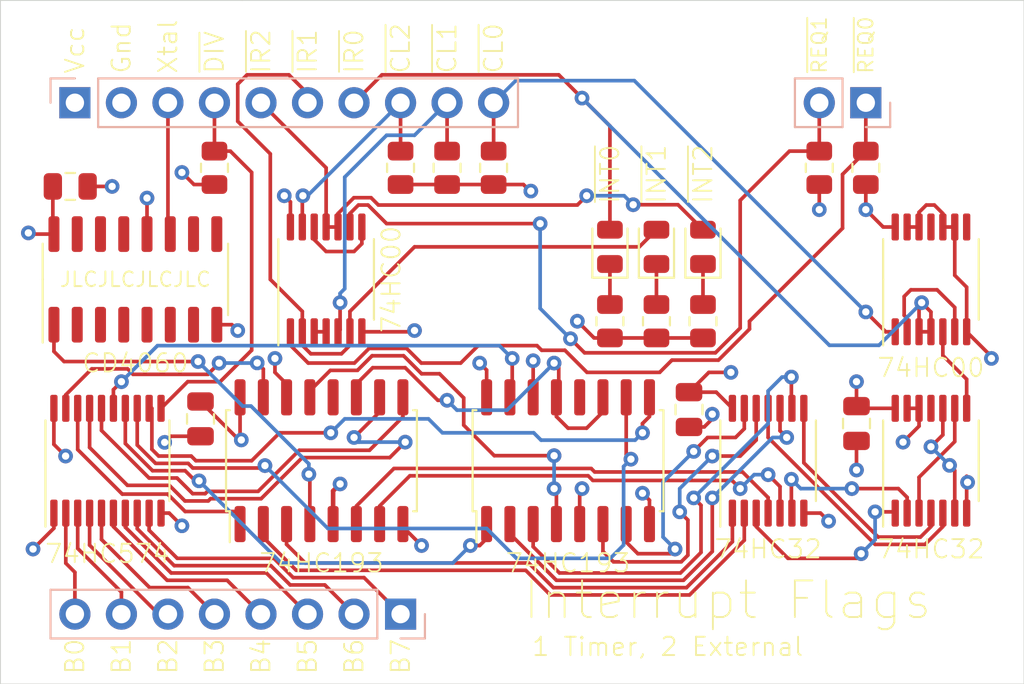
<source format=kicad_pcb>
(kicad_pcb (version 20171130) (host pcbnew "(5.1.10-1-10_14)")
  (layers (0 F.Cu signal) (1 In1.Cu signal) (2 In2.Cu signal) (31 B.Cu signal) (34 B.Paste user) (35 F.Paste user) (36 B.SilkS user) (37 F.SilkS user) (38 B.Mask user) (39 F.Mask user) (44 Edge.Cuts user))
  (net 0 "")
  (net 1 GND)
  (net 2 VCC)
  (net 3 "Net-(U6-Pad2)")
  (net 4 "Net-(U7-Pad15)")
  (net 5 "Net-(U7-Pad14)")
  (net 6 "Net-(U7-Pad13)")
  (net 7 ~LATCH_TIMER_INTERRUPT_DIVISION)
  (net 8 ~INT_REQ_0)
  (net 9 ~INT_REQ_1)
  (net 10 ~INTREQ0)
  (net 11 ~INTREQ1)
  (net 12 ~INTCLR2)
  (net 13 ~INTCLR1)
  (net 14 ~INTCLR0)
  (net 15 "Net-(U6-Pad15)")
  (net 16 "Net-(U6-Pad14)")
  (net 17 "Net-(U6-Pad13)")
  (net 18 "Net-(U6-Pad10)")
  (net 19 "Net-(U6-Pad9)")
  (net 20 "Net-(U6-Pad7)")
  (net 21 "Net-(U6-Pad6)")
  (net 22 "Net-(U6-Pad5)")
  (net 23 "Net-(U6-Pad4)")
  (net 24 "Net-(U6-Pad3)")
  (net 25 "Net-(U6-Pad1)")
  (net 26 "Net-(U7-Pad19)")
  (net 27 "Net-(U7-Pad18)")
  (net 28 "Net-(U7-Pad17)")
  (net 29 "Net-(U7-Pad16)")
  (net 30 "Net-(U7-Pad12)")
  (net 31 "Net-(U8-Pad13)")
  (net 32 "Net-(U8-Pad12)")
  (net 33 "Net-(U8-Pad11)")
  (net 34 "Net-(U10-Pad5)")
  (net 35 "Net-(U10-Pad4)")
  (net 36 "Net-(U10-Pad1)")
  (net 37 "Net-(U10-Pad2)")
  (net 38 "Net-(U9-Pad12)")
  (net 39 "Net-(U10-Pad13)")
  (net 40 "Net-(U10-Pad12)")
  (net 41 "Net-(U10-Pad9)")
  (net 42 "Net-(U10-Pad10)")
  (net 43 "Net-(U10-Pad11)")
  (net 44 "Net-(U10-Pad8)")
  (net 45 "Net-(U10-Pad6)")
  (net 46 "Net-(U10-Pad3)")
  (net 47 "Net-(U11-Pad11)")
  (net 48 "Net-(U11-Pad10)")
  (net 49 "Net-(U11-Pad3)")
  (net 50 "Net-(U11-Pad8)")
  (net 51 "Net-(U12-Pad11)")
  (net 52 "Net-(U12-Pad8)")
  (net 53 "Net-(U12-Pad2)")
  (net 54 "Net-(U13-Pad12)")
  (net 55 ~INTREQ2)
  (net 56 "Net-(U13-Pad3)")
  (net 57 /BUS0)
  (net 58 /BUS1)
  (net 59 /BUS2)
  (net 60 /BUS3)
  (net 61 /BUS4)
  (net 62 /BUS5)
  (net 63 /BUS6)
  (net 64 /BUS7)
  (net 65 "Net-(D1-Pad1)")
  (net 66 "Net-(D2-Pad1)")
  (net 67 "Net-(D3-Pad1)")
  (net 68 XTAL)
  (module Package_SO:SO-16_5.3x10.2mm_P1.27mm (layer F.Cu) (at 164.846 103.378 90)
    (fp_text reference U9 hide)
    (fp_text value 74LS193)
    (fp_text user 74HC193 (at -5.588 0 180) (layer F.SilkS) (effects (font (thickness 0.1))))
    (pad 16 smd roundrect (at 3.4625 -4.445 90) (size 1.975 0.6) (layers F.Cu F.Paste F.Mask) (net 2 VCC))
    (pad 15 smd roundrect (at 3.4625 -3.175 90) (size 1.975 0.6) (layers F.Cu F.Paste F.Mask) (net 4 "Net-(U7-Pad15)"))
    (pad 14 smd roundrect (at 3.4625 -1.905 90) (size 1.975 0.6) (layers F.Cu F.Paste F.Mask) (net 1 GND))
    (pad 13 smd roundrect (at 3.4625 -0.635 90) (size 1.975 0.6) (layers F.Cu F.Paste F.Mask) (net 33 "Net-(U8-Pad11)"))
    (pad 12 smd roundrect (at 3.4625 0.635 90) (size 1.975 0.6) (layers F.Cu F.Paste F.Mask) (net 38 "Net-(U9-Pad12)"))
    (pad 11 smd roundrect (at 3.4625 1.905 90) (size 1.975 0.6) (layers F.Cu F.Paste F.Mask) (net 33 "Net-(U8-Pad11)"))
    (pad 10 smd roundrect (at 3.4625 3.175 90) (size 1.975 0.6) (layers F.Cu F.Paste F.Mask) (net 6 "Net-(U7-Pad13)"))
    (pad 9 smd roundrect (at 3.4625 4.445 90) (size 1.975 0.6) (layers F.Cu F.Paste F.Mask) (net 30 "Net-(U7-Pad12)"))
    (pad 8 smd roundrect (at -3.4625 4.445 90) (size 1.975 0.6) (layers F.Cu F.Paste F.Mask) (net 1 GND))
    (pad 7 smd roundrect (at -3.4625 3.175 90) (size 1.975 0.6) (layers F.Cu F.Paste F.Mask) (net 39 "Net-(U10-Pad13)"))
    (pad 6 smd roundrect (at -3.4625 1.905 90) (size 1.975 0.6) (layers F.Cu F.Paste F.Mask) (net 40 "Net-(U10-Pad12)"))
    (pad 5 smd roundrect (at -3.4625 0.635 90) (size 1.975 0.6) (layers F.Cu F.Paste F.Mask) (net 2 VCC))
    (pad 4 smd roundrect (at -3.4625 -0.635 90) (size 1.975 0.6) (layers F.Cu F.Paste F.Mask) (net 31 "Net-(U8-Pad13)"))
    (pad 3 smd roundrect (at -3.4625 -1.905 90) (size 1.975 0.6) (layers F.Cu F.Paste F.Mask) (net 41 "Net-(U10-Pad9)"))
    (pad 2 smd roundrect (at -3.4625 -3.175 90) (size 1.975 0.6) (layers F.Cu F.Paste F.Mask) (net 42 "Net-(U10-Pad10)"))
    (pad 1 smd roundrect (at -3.4625 -4.445 90) (size 1.975 0.6) (layers F.Cu F.Paste F.Mask) (net 5 "Net-(U7-Pad14)"))
  )
  (module Package_SO:SO-16_5.3x10.2mm_P1.27mm (layer F.Cu) (at 151.384 103.378 90)
    (fp_text reference U8 hide)
    (fp_text value 74LS193)
    (fp_text user 74HC193 (at -5.588 0 180) (layer F.SilkS) (effects (font (thickness 0.1))))
    (pad 16 smd roundrect (at 3.4625 -4.445 90) (size 1.975 0.6) (layers F.Cu F.Paste F.Mask) (net 2 VCC))
    (pad 15 smd roundrect (at 3.4625 -3.175 90) (size 1.975 0.6) (layers F.Cu F.Paste F.Mask) (net 26 "Net-(U7-Pad19)"))
    (pad 14 smd roundrect (at 3.4625 -1.905 90) (size 1.975 0.6) (layers F.Cu F.Paste F.Mask) (net 1 GND))
    (pad 13 smd roundrect (at 3.4625 -0.635 90) (size 1.975 0.6) (layers F.Cu F.Paste F.Mask) (net 31 "Net-(U8-Pad13)"))
    (pad 12 smd roundrect (at 3.4625 0.635 90) (size 1.975 0.6) (layers F.Cu F.Paste F.Mask) (net 32 "Net-(U8-Pad12)"))
    (pad 11 smd roundrect (at 3.4625 1.905 90) (size 1.975 0.6) (layers F.Cu F.Paste F.Mask) (net 33 "Net-(U8-Pad11)"))
    (pad 10 smd roundrect (at 3.4625 3.175 90) (size 1.975 0.6) (layers F.Cu F.Paste F.Mask) (net 28 "Net-(U7-Pad17)"))
    (pad 9 smd roundrect (at 3.4625 4.445 90) (size 1.975 0.6) (layers F.Cu F.Paste F.Mask) (net 29 "Net-(U7-Pad16)"))
    (pad 8 smd roundrect (at -3.4625 4.445 90) (size 1.975 0.6) (layers F.Cu F.Paste F.Mask) (net 1 GND))
    (pad 7 smd roundrect (at -3.4625 3.175 90) (size 1.975 0.6) (layers F.Cu F.Paste F.Mask) (net 34 "Net-(U10-Pad5)"))
    (pad 6 smd roundrect (at -3.4625 1.905 90) (size 1.975 0.6) (layers F.Cu F.Paste F.Mask) (net 35 "Net-(U10-Pad4)"))
    (pad 5 smd roundrect (at -3.4625 0.635 90) (size 1.975 0.6) (layers F.Cu F.Paste F.Mask) (net 2 VCC))
    (pad 4 smd roundrect (at -3.4625 -0.635 90) (size 1.975 0.6) (layers F.Cu F.Paste F.Mask) (net 25 "Net-(U6-Pad1)"))
    (pad 3 smd roundrect (at -3.4625 -1.905 90) (size 1.975 0.6) (layers F.Cu F.Paste F.Mask) (net 36 "Net-(U10-Pad1)"))
    (pad 2 smd roundrect (at -3.4625 -3.175 90) (size 1.975 0.6) (layers F.Cu F.Paste F.Mask) (net 37 "Net-(U10-Pad2)"))
    (pad 1 smd roundrect (at -3.4625 -4.445 90) (size 1.975 0.6) (layers F.Cu F.Paste F.Mask) (net 27 "Net-(U7-Pad18)"))
  )
  (module Package_SO:TSSOP-14_4.4x5mm_P0.65mm (layer F.Cu) (at 151.638 93.472 90)
    (fp_text reference U13 hide)
    (fp_text value 74LS00)
    (fp_text user 74HC00 (at 0 3.556 90) (layer F.SilkS) (effects (font (thickness 0.1))))
    (pad 14 smd roundrect (at 2.8625 -1.95 90) (size 1.475 0.4) (layers F.Cu F.Paste F.Mask) (net 2 VCC))
    (pad 13 smd roundrect (at 2.8625 -1.3 90) (size 1.475 0.4) (layers F.Cu F.Paste F.Mask) (net 12 ~INTCLR2))
    (pad 12 smd roundrect (at 2.8625 -0.65 90) (size 1.475 0.4) (layers F.Cu F.Paste F.Mask) (net 54 "Net-(U13-Pad12)"))
    (pad 11 smd roundrect (at 2.8625 0 90) (size 1.475 0.4) (layers F.Cu F.Paste F.Mask) (net 55 ~INTREQ2))
    (pad 10 smd roundrect (at 2.8625 0.65 90) (size 1.475 0.4) (layers F.Cu F.Paste F.Mask) (net 55 ~INTREQ2))
    (pad 9 smd roundrect (at 2.8625 1.3 90) (size 1.475 0.4) (layers F.Cu F.Paste F.Mask) (net 9 ~INT_REQ_1))
    (pad 8 smd roundrect (at 2.8625 1.95 90) (size 1.475 0.4) (layers F.Cu F.Paste F.Mask) (net 54 "Net-(U13-Pad12)"))
    (pad 7 smd roundrect (at -2.8625 1.95 90) (size 1.475 0.4) (layers F.Cu F.Paste F.Mask) (net 1 GND))
    (pad 6 smd roundrect (at -2.8625 1.3 90) (size 1.475 0.4) (layers F.Cu F.Paste F.Mask) (net 11 ~INTREQ1))
    (pad 5 smd roundrect (at -2.8625 0.65 90) (size 1.475 0.4) (layers F.Cu F.Paste F.Mask) (net 13 ~INTCLR1))
    (pad 4 smd roundrect (at -2.8625 0 90) (size 1.475 0.4) (layers F.Cu F.Paste F.Mask) (net 56 "Net-(U13-Pad3)"))
    (pad 3 smd roundrect (at -2.8625 -0.65 90) (size 1.475 0.4) (layers F.Cu F.Paste F.Mask) (net 56 "Net-(U13-Pad3)"))
    (pad 2 smd roundrect (at -2.8625 -1.3 90) (size 1.475 0.4) (layers F.Cu F.Paste F.Mask) (net 11 ~INTREQ1))
    (pad 1 smd roundrect (at -2.8625 -1.95 90) (size 1.475 0.4) (layers F.Cu F.Paste F.Mask) (net 8 ~INT_REQ_0))
  )
  (module Capacitor_SMD:C_0805_2012Metric (layer F.Cu) (at 137.668 88.392)
    (fp_text reference C4 hide)
    (fp_text value C)
    (pad 2 smd roundrect (at 0.95 0) (size 1 1.45) (layers F.Cu F.Paste F.Mask) (net 1 GND))
    (pad 1 smd roundrect (at -0.95 0) (size 1 1.45) (layers F.Cu F.Paste F.Mask) (net 2 VCC))
  )
  (module Capacitor_SMD:C_0805_2012Metric (layer F.Cu) (at 180.594 101.346 270)
    (fp_text reference C3 hide)
    (fp_text value C)
    (pad 2 smd roundrect (at 0.95 0 270) (size 1 1.45) (layers F.Cu F.Paste F.Mask) (net 1 GND))
    (pad 1 smd roundrect (at -0.95 0 270) (size 1 1.45) (layers F.Cu F.Paste F.Mask) (net 2 VCC))
  )
  (module Capacitor_SMD:C_0805_2012Metric (layer F.Cu) (at 144.78 101.092 270)
    (fp_text reference C2 hide)
    (fp_text value C)
    (pad 2 smd roundrect (at 0.95 0 270) (size 1 1.45) (layers F.Cu F.Paste F.Mask) (net 1 GND))
    (pad 1 smd roundrect (at -0.95 0 270) (size 1 1.45) (layers F.Cu F.Paste F.Mask) (net 2 VCC))
  )
  (module Capacitor_SMD:C_0805_2012Metric (layer F.Cu) (at 171.45 100.584 270)
    (fp_text reference C1 hide)
    (fp_text value C)
    (pad 2 smd roundrect (at 0.95 0 270) (size 1 1.45) (layers F.Cu F.Paste F.Mask) (net 1 GND))
    (pad 1 smd roundrect (at -0.95 0 270) (size 1 1.45) (layers F.Cu F.Paste F.Mask) (net 2 VCC))
  )
  (module Resistor_SMD:R_0805_2012Metric (layer F.Cu) (at 145.542 87.376 270)
    (fp_text reference R9 hide)
    (fp_text value R_US)
    (pad 2 smd roundrect (at 0.9125 0 270) (size 1.025 1.4) (layers F.Cu F.Paste F.Mask) (roundrect_rratio 0.2439004878048781) (net 2 VCC))
    (pad 1 smd roundrect (at -0.9125 0 270) (size 1.025 1.4) (layers F.Cu F.Paste F.Mask) (roundrect_rratio 0.2439004878048781) (net 7 ~LATCH_TIMER_INTERRUPT_DIVISION))
  )
  (module Resistor_SMD:R_0805_2012Metric (layer F.Cu) (at 178.562 87.376 270)
    (fp_text reference R8 hide)
    (fp_text value R_US)
    (pad 2 smd roundrect (at 0.9125 0 270) (size 1.025 1.4) (layers F.Cu F.Paste F.Mask) (roundrect_rratio 0.2439004878048781) (net 2 VCC))
    (pad 1 smd roundrect (at -0.9125 0 270) (size 1.025 1.4) (layers F.Cu F.Paste F.Mask) (roundrect_rratio 0.2439004878048781) (net 9 ~INT_REQ_1))
  )
  (module Resistor_SMD:R_0805_2012Metric (layer F.Cu) (at 181.102 87.376 270)
    (fp_text reference R7 hide)
    (fp_text value R_US)
    (pad 2 smd roundrect (at 0.9125 0 270) (size 1.025 1.4) (layers F.Cu F.Paste F.Mask) (roundrect_rratio 0.2439004878048781) (net 2 VCC))
    (pad 1 smd roundrect (at -0.9125 0 270) (size 1.025 1.4) (layers F.Cu F.Paste F.Mask) (roundrect_rratio 0.2439004878048781) (net 8 ~INT_REQ_0))
  )
  (module Resistor_SMD:R_0805_2012Metric (layer F.Cu) (at 155.702 87.376 270)
    (fp_text reference R6 hide)
    (fp_text value R_US)
    (pad 2 smd roundrect (at 0.9125 0 270) (size 1.025 1.4) (layers F.Cu F.Paste F.Mask) (roundrect_rratio 0.2439004878048781) (net 2 VCC))
    (pad 1 smd roundrect (at -0.9125 0 270) (size 1.025 1.4) (layers F.Cu F.Paste F.Mask) (roundrect_rratio 0.2439004878048781) (net 12 ~INTCLR2))
  )
  (module Resistor_SMD:R_0805_2012Metric (layer F.Cu) (at 158.242 87.376 270)
    (fp_text reference R5 hide)
    (fp_text value R_US)
    (pad 2 smd roundrect (at 0.9125 0 270) (size 1.025 1.4) (layers F.Cu F.Paste F.Mask) (roundrect_rratio 0.2439004878048781) (net 2 VCC))
    (pad 1 smd roundrect (at -0.9125 0 270) (size 1.025 1.4) (layers F.Cu F.Paste F.Mask) (roundrect_rratio 0.2439004878048781) (net 13 ~INTCLR1))
  )
  (module Resistor_SMD:R_0805_2012Metric (layer F.Cu) (at 160.782 87.376 270)
    (fp_text reference R4 hide)
    (fp_text value R_US)
    (pad 2 smd roundrect (at 0.9125 0 270) (size 1.025 1.4) (layers F.Cu F.Paste F.Mask) (roundrect_rratio 0.2439004878048781) (net 2 VCC))
    (pad 1 smd roundrect (at -0.9125 0 270) (size 1.025 1.4) (layers F.Cu F.Paste F.Mask) (roundrect_rratio 0.2439004878048781) (net 14 ~INTCLR0))
  )
  (module Resistor_SMD:R_0805_2012Metric (layer F.Cu) (at 172.212 95.758 270)
    (fp_text reference R3 hide)
    (fp_text value R_US)
    (pad 2 smd roundrect (at 0.9125 0 270) (size 1.025 1.4) (layers F.Cu F.Paste F.Mask) (roundrect_rratio 0.2439004878048781) (net 1 GND))
    (pad 1 smd roundrect (at -0.9125 0 270) (size 1.025 1.4) (layers F.Cu F.Paste F.Mask) (roundrect_rratio 0.2439004878048781) (net 67 "Net-(D3-Pad1)"))
  )
  (module Resistor_SMD:R_0805_2012Metric (layer F.Cu) (at 169.672 95.758 270)
    (fp_text reference R2 hide)
    (fp_text value R_US)
    (pad 2 smd roundrect (at 0.9125 0 270) (size 1.025 1.4) (layers F.Cu F.Paste F.Mask) (roundrect_rratio 0.2439004878048781) (net 1 GND))
    (pad 1 smd roundrect (at -0.9125 0 270) (size 1.025 1.4) (layers F.Cu F.Paste F.Mask) (roundrect_rratio 0.2439004878048781) (net 66 "Net-(D2-Pad1)"))
  )
  (module Resistor_SMD:R_0805_2012Metric (layer F.Cu) (at 167.132 95.758 270)
    (fp_text reference R1 hide)
    (fp_text value R_US)
    (pad 2 smd roundrect (at 0.9125 0 270) (size 1.025 1.4) (layers F.Cu F.Paste F.Mask) (roundrect_rratio 0.2439004878048781) (net 1 GND))
    (pad 1 smd roundrect (at -0.9125 0 270) (size 1.025 1.4) (layers F.Cu F.Paste F.Mask) (roundrect_rratio 0.2439004878048781) (net 65 "Net-(D1-Pad1)"))
  )
  (module LED_SMD:LED_0805_2012Metric (layer F.Cu) (at 172.212 91.694 90)
    (fp_text reference D3 hide)
    (fp_text value LED)
    (pad 2 smd roundrect (at 0.9375 0 90) (size 0.975 1.4) (layers F.Cu F.Paste F.Mask) (net 55 ~INTREQ2))
    (pad 1 smd roundrect (at -0.9375 0 90) (size 0.975 1.4) (layers F.Cu F.Paste F.Mask) (net 67 "Net-(D3-Pad1)"))
  )
  (module LED_SMD:LED_0805_2012Metric (layer F.Cu) (at 169.672 91.694 90)
    (fp_text reference D2 hide)
    (fp_text value LED)
    (pad 2 smd roundrect (at 0.9375 0 90) (size 0.975 1.4) (layers F.Cu F.Paste F.Mask) (net 11 ~INTREQ1))
    (pad 1 smd roundrect (at -0.9375 0 90) (size 0.975 1.4) (layers F.Cu F.Paste F.Mask) (net 66 "Net-(D2-Pad1)"))
  )
  (module LED_SMD:LED_0805_2012Metric (layer F.Cu) (at 167.132 91.694 90)
    (fp_text reference D1 hide)
    (fp_text value LED)
    (pad 2 smd roundrect (at 0.9375 0 90) (size 0.975 1.4) (layers F.Cu F.Paste F.Mask) (net 10 ~INTREQ0))
    (pad 1 smd roundrect (at -0.9375 0 90) (size 0.975 1.4) (layers F.Cu F.Paste F.Mask) (net 65 "Net-(D1-Pad1)"))
  )
  (module Package_SO:TSSOP-14_4.4x5mm_P0.65mm (layer F.Cu) (at 184.658 93.472 90)
    (fp_text reference U12 hide)
    (fp_text value 74LS00)
    (fp_text user 74HC00 (at -4.826 0 180) (layer F.SilkS) (effects (font (thickness 0.1))))
    (pad 14 smd roundrect (at 2.8625 -1.95 90) (size 1.475 0.4) (layers F.Cu F.Paste F.Mask) (net 2 VCC))
    (pad 13 smd roundrect (at 2.8625 -1.3 90) (size 1.475 0.4) (layers F.Cu F.Paste F.Mask) (net 1 GND))
    (pad 12 smd roundrect (at 2.8625 -0.65 90) (size 1.475 0.4) (layers F.Cu F.Paste F.Mask) (net 1 GND))
    (pad 11 smd roundrect (at 2.8625 0 90) (size 1.475 0.4) (layers F.Cu F.Paste F.Mask) (net 51 "Net-(U12-Pad11)"))
    (pad 10 smd roundrect (at 2.8625 0.65 90) (size 1.475 0.4) (layers F.Cu F.Paste F.Mask) (net 1 GND))
    (pad 9 smd roundrect (at 2.8625 1.3 90) (size 1.475 0.4) (layers F.Cu F.Paste F.Mask) (net 1 GND))
    (pad 8 smd roundrect (at 2.8625 1.95 90) (size 1.475 0.4) (layers F.Cu F.Paste F.Mask) (net 52 "Net-(U12-Pad8)"))
    (pad 7 smd roundrect (at -2.8625 1.95 90) (size 1.475 0.4) (layers F.Cu F.Paste F.Mask) (net 1 GND))
    (pad 6 smd roundrect (at -2.8625 1.3 90) (size 1.475 0.4) (layers F.Cu F.Paste F.Mask) (net 53 "Net-(U12-Pad2)"))
    (pad 5 smd roundrect (at -2.8625 0.65 90) (size 1.475 0.4) (layers F.Cu F.Paste F.Mask) (net 50 "Net-(U11-Pad8)"))
    (pad 4 smd roundrect (at -2.8625 0 90) (size 1.475 0.4) (layers F.Cu F.Paste F.Mask) (net 10 ~INTREQ0))
    (pad 3 smd roundrect (at -2.8625 -0.65 90) (size 1.475 0.4) (layers F.Cu F.Paste F.Mask) (net 10 ~INTREQ0))
    (pad 2 smd roundrect (at -2.8625 -1.3 90) (size 1.475 0.4) (layers F.Cu F.Paste F.Mask) (net 53 "Net-(U12-Pad2)"))
    (pad 1 smd roundrect (at -2.8625 -1.95 90) (size 1.475 0.4) (layers F.Cu F.Paste F.Mask) (net 14 ~INTCLR0))
  )
  (module Package_SO:TSSOP-14_4.4x5mm_P0.65mm (layer F.Cu) (at 184.658 103.378 90)
    (fp_text reference U11 hide)
    (fp_text value 74LS32)
    (fp_text user 74HC32 (at -4.826 0 180) (layer F.SilkS) (effects (font (thickness 0.1))))
    (pad 14 smd roundrect (at 2.8625 -1.95 90) (size 1.475 0.4) (layers F.Cu F.Paste F.Mask) (net 2 VCC))
    (pad 13 smd roundrect (at 2.8625 -1.3 90) (size 1.475 0.4) (layers F.Cu F.Paste F.Mask) (net 1 GND))
    (pad 12 smd roundrect (at 2.8625 -0.65 90) (size 1.475 0.4) (layers F.Cu F.Paste F.Mask) (net 1 GND))
    (pad 11 smd roundrect (at 2.8625 0 90) (size 1.475 0.4) (layers F.Cu F.Paste F.Mask) (net 47 "Net-(U11-Pad11)"))
    (pad 10 smd roundrect (at 2.8625 0.65 90) (size 1.475 0.4) (layers F.Cu F.Paste F.Mask) (net 48 "Net-(U11-Pad10)"))
    (pad 9 smd roundrect (at 2.8625 1.3 90) (size 1.475 0.4) (layers F.Cu F.Paste F.Mask) (net 49 "Net-(U11-Pad3)"))
    (pad 8 smd roundrect (at 2.8625 1.95 90) (size 1.475 0.4) (layers F.Cu F.Paste F.Mask) (net 50 "Net-(U11-Pad8)"))
    (pad 7 smd roundrect (at -2.8625 1.95 90) (size 1.475 0.4) (layers F.Cu F.Paste F.Mask) (net 1 GND))
    (pad 6 smd roundrect (at -2.8625 1.3 90) (size 1.475 0.4) (layers F.Cu F.Paste F.Mask) (net 48 "Net-(U11-Pad10)"))
    (pad 5 smd roundrect (at -2.8625 0.65 90) (size 1.475 0.4) (layers F.Cu F.Paste F.Mask) (net 43 "Net-(U10-Pad11)"))
    (pad 4 smd roundrect (at -2.8625 0 90) (size 1.475 0.4) (layers F.Cu F.Paste F.Mask) (net 44 "Net-(U10-Pad8)"))
    (pad 3 smd roundrect (at -2.8625 -0.65 90) (size 1.475 0.4) (layers F.Cu F.Paste F.Mask) (net 49 "Net-(U11-Pad3)"))
    (pad 2 smd roundrect (at -2.8625 -1.3 90) (size 1.475 0.4) (layers F.Cu F.Paste F.Mask) (net 45 "Net-(U10-Pad6)"))
    (pad 1 smd roundrect (at -2.8625 -1.95 90) (size 1.475 0.4) (layers F.Cu F.Paste F.Mask) (net 46 "Net-(U10-Pad3)"))
  )
  (module Package_SO:TSSOP-14_4.4x5mm_P0.65mm (layer F.Cu) (at 175.768 103.378 90)
    (fp_text reference U10 hide)
    (fp_text value 74LS32)
    (fp_text user 74HC32 (at -4.826 0 180) (layer F.SilkS) (effects (font (thickness 0.1))))
    (pad 14 smd roundrect (at 2.8625 -1.95 90) (size 1.475 0.4) (layers F.Cu F.Paste F.Mask) (net 2 VCC))
    (pad 13 smd roundrect (at 2.8625 -1.3 90) (size 1.475 0.4) (layers F.Cu F.Paste F.Mask) (net 39 "Net-(U10-Pad13)"))
    (pad 12 smd roundrect (at 2.8625 -0.65 90) (size 1.475 0.4) (layers F.Cu F.Paste F.Mask) (net 40 "Net-(U10-Pad12)"))
    (pad 11 smd roundrect (at 2.8625 0 90) (size 1.475 0.4) (layers F.Cu F.Paste F.Mask) (net 43 "Net-(U10-Pad11)"))
    (pad 10 smd roundrect (at 2.8625 0.65 90) (size 1.475 0.4) (layers F.Cu F.Paste F.Mask) (net 42 "Net-(U10-Pad10)"))
    (pad 9 smd roundrect (at 2.8625 1.3 90) (size 1.475 0.4) (layers F.Cu F.Paste F.Mask) (net 41 "Net-(U10-Pad9)"))
    (pad 8 smd roundrect (at 2.8625 1.95 90) (size 1.475 0.4) (layers F.Cu F.Paste F.Mask) (net 44 "Net-(U10-Pad8)"))
    (pad 7 smd roundrect (at -2.8625 1.95 90) (size 1.475 0.4) (layers F.Cu F.Paste F.Mask) (net 1 GND))
    (pad 6 smd roundrect (at -2.8625 1.3 90) (size 1.475 0.4) (layers F.Cu F.Paste F.Mask) (net 45 "Net-(U10-Pad6)"))
    (pad 5 smd roundrect (at -2.8625 0.65 90) (size 1.475 0.4) (layers F.Cu F.Paste F.Mask) (net 34 "Net-(U10-Pad5)"))
    (pad 4 smd roundrect (at -2.8625 0 90) (size 1.475 0.4) (layers F.Cu F.Paste F.Mask) (net 35 "Net-(U10-Pad4)"))
    (pad 3 smd roundrect (at -2.8625 -0.65 90) (size 1.475 0.4) (layers F.Cu F.Paste F.Mask) (net 46 "Net-(U10-Pad3)"))
    (pad 2 smd roundrect (at -2.8625 -1.3 90) (size 1.475 0.4) (layers F.Cu F.Paste F.Mask) (net 37 "Net-(U10-Pad2)"))
    (pad 1 smd roundrect (at -2.8625 -1.95 90) (size 1.475 0.4) (layers F.Cu F.Paste F.Mask) (net 36 "Net-(U10-Pad1)"))
  )
  (module Package_SO:TSSOP-20_4.4x6.5mm_P0.65mm (layer F.Cu) (at 139.7 103.378 90)
    (fp_text reference U7 hide)
    (fp_text value 74LS574)
    (fp_text user 74HC574 (at -5.08 0 180) (layer F.SilkS) (effects (font (thickness 0.1))))
    (pad 20 smd roundrect (at 2.8625 -2.925 90) (size 1.475 0.4) (layers F.Cu F.Paste F.Mask) (net 2 VCC))
    (pad 19 smd roundrect (at 2.8625 -2.275 90) (size 1.475 0.4) (layers F.Cu F.Paste F.Mask) (net 26 "Net-(U7-Pad19)"))
    (pad 18 smd roundrect (at 2.8625 -1.625 90) (size 1.475 0.4) (layers F.Cu F.Paste F.Mask) (net 27 "Net-(U7-Pad18)"))
    (pad 17 smd roundrect (at 2.8625 -0.975 90) (size 1.475 0.4) (layers F.Cu F.Paste F.Mask) (net 28 "Net-(U7-Pad17)"))
    (pad 16 smd roundrect (at 2.8625 -0.325 90) (size 1.475 0.4) (layers F.Cu F.Paste F.Mask) (net 29 "Net-(U7-Pad16)"))
    (pad 15 smd roundrect (at 2.8625 0.325 90) (size 1.475 0.4) (layers F.Cu F.Paste F.Mask) (net 4 "Net-(U7-Pad15)"))
    (pad 14 smd roundrect (at 2.8625 0.975 90) (size 1.475 0.4) (layers F.Cu F.Paste F.Mask) (net 5 "Net-(U7-Pad14)"))
    (pad 13 smd roundrect (at 2.8625 1.625 90) (size 1.475 0.4) (layers F.Cu F.Paste F.Mask) (net 6 "Net-(U7-Pad13)"))
    (pad 12 smd roundrect (at 2.8625 2.275 90) (size 1.475 0.4) (layers F.Cu F.Paste F.Mask) (net 30 "Net-(U7-Pad12)"))
    (pad 11 smd roundrect (at 2.8625 2.925 90) (size 1.475 0.4) (layers F.Cu F.Paste F.Mask) (net 7 ~LATCH_TIMER_INTERRUPT_DIVISION))
    (pad 10 smd roundrect (at -2.8625 2.925 90) (size 1.475 0.4) (layers F.Cu F.Paste F.Mask) (net 1 GND))
    (pad 9 smd roundrect (at -2.8625 2.275 90) (size 1.475 0.4) (layers F.Cu F.Paste F.Mask) (net 64 /BUS7))
    (pad 8 smd roundrect (at -2.8625 1.625 90) (size 1.475 0.4) (layers F.Cu F.Paste F.Mask) (net 63 /BUS6))
    (pad 7 smd roundrect (at -2.8625 0.975 90) (size 1.475 0.4) (layers F.Cu F.Paste F.Mask) (net 62 /BUS5))
    (pad 6 smd roundrect (at -2.8625 0.325 90) (size 1.475 0.4) (layers F.Cu F.Paste F.Mask) (net 61 /BUS4))
    (pad 5 smd roundrect (at -2.8625 -0.325 90) (size 1.475 0.4) (layers F.Cu F.Paste F.Mask) (net 60 /BUS3))
    (pad 4 smd roundrect (at -2.8625 -0.975 90) (size 1.475 0.4) (layers F.Cu F.Paste F.Mask) (net 59 /BUS2))
    (pad 3 smd roundrect (at -2.8625 -1.625 90) (size 1.475 0.4) (layers F.Cu F.Paste F.Mask) (net 58 /BUS1))
    (pad 2 smd roundrect (at -2.8625 -2.275 90) (size 1.475 0.4) (layers F.Cu F.Paste F.Mask) (net 57 /BUS0))
    (pad 1 smd roundrect (at -2.8625 -2.925 90) (size 1.475 0.4) (layers F.Cu F.Paste F.Mask) (net 1 GND))
  )
  (module Package_SO:SOIC-16_3.9x9.9mm_P1.27mm (layer F.Cu) (at 141.224 93.472 90)
    (fp_text reference U6 hide)
    (fp_text value CD4060)
    (fp_text user CD4060 (at -4.572 0 180) (layer F.SilkS) (effects (font (thickness 0.1))))
    (pad 16 smd roundrect (at 2.475 -4.445 90) (size 1.95 0.6) (layers F.Cu F.Paste F.Mask) (net 2 VCC))
    (pad 15 smd roundrect (at 2.475 -3.175 90) (size 1.95 0.6) (layers F.Cu F.Paste F.Mask) (net 15 "Net-(U6-Pad15)"))
    (pad 14 smd roundrect (at 2.475 -1.905 90) (size 1.95 0.6) (layers F.Cu F.Paste F.Mask) (net 16 "Net-(U6-Pad14)"))
    (pad 13 smd roundrect (at 2.475 -0.635 90) (size 1.95 0.6) (layers F.Cu F.Paste F.Mask) (net 17 "Net-(U6-Pad13)"))
    (pad 12 smd roundrect (at 2.475 0.635 90) (size 1.95 0.6) (layers F.Cu F.Paste F.Mask) (net 1 GND))
    (pad 11 smd roundrect (at 2.475 1.905 90) (size 1.95 0.6) (layers F.Cu F.Paste F.Mask) (net 68 XTAL))
    (pad 10 smd roundrect (at 2.475 3.175 90) (size 1.95 0.6) (layers F.Cu F.Paste F.Mask) (net 18 "Net-(U6-Pad10)"))
    (pad 9 smd roundrect (at 2.475 4.445 90) (size 1.95 0.6) (layers F.Cu F.Paste F.Mask) (net 19 "Net-(U6-Pad9)"))
    (pad 8 smd roundrect (at -2.475 4.445 90) (size 1.95 0.6) (layers F.Cu F.Paste F.Mask) (net 1 GND))
    (pad 7 smd roundrect (at -2.475 3.175 90) (size 1.95 0.6) (layers F.Cu F.Paste F.Mask) (net 20 "Net-(U6-Pad7)"))
    (pad 6 smd roundrect (at -2.475 1.905 90) (size 1.95 0.6) (layers F.Cu F.Paste F.Mask) (net 21 "Net-(U6-Pad6)"))
    (pad 5 smd roundrect (at -2.475 0.635 90) (size 1.95 0.6) (layers F.Cu F.Paste F.Mask) (net 22 "Net-(U6-Pad5)"))
    (pad 4 smd roundrect (at -2.475 -0.635 90) (size 1.95 0.6) (layers F.Cu F.Paste F.Mask) (net 23 "Net-(U6-Pad4)"))
    (pad 3 smd roundrect (at -2.475 -1.905 90) (size 1.95 0.6) (layers F.Cu F.Paste F.Mask) (net 24 "Net-(U6-Pad3)"))
    (pad 2 smd roundrect (at -2.475 -3.175 90) (size 1.95 0.6) (layers F.Cu F.Paste F.Mask) (net 3 "Net-(U6-Pad2)"))
    (pad 1 smd roundrect (at -2.475 -4.445 90) (size 1.95 0.6) (layers F.Cu F.Paste F.Mask) (net 25 "Net-(U6-Pad1)"))
  )
  (module Connector_PinHeader_2.54mm:PinHeader_1x02_P2.54mm_Vertical (layer B.Cu) (at 181.102 83.82 90)
    (fp_text reference J3 hide)
    (fp_text value Conn_01x02)
    (pad 2 thru_hole oval (at 0 -2.54 90) (size 1.7 1.7) (drill 1) (layers *.Cu *.Mask) (net 9 ~INT_REQ_1))
    (pad 1 thru_hole rect (at 0 0 90) (size 1.7 1.7) (drill 1) (layers *.Cu *.Mask) (net 8 ~INT_REQ_0))
  )
  (module Connector_PinHeader_2.54mm:PinHeader_1x08_P2.54mm_Vertical (layer B.Cu) (at 155.702 111.76 90)
    (fp_text reference J2 hide)
    (fp_text value Conn_01x08)
    (pad 8 thru_hole oval (at 0 -17.78 90) (size 1.7 1.7) (drill 1) (layers *.Cu *.Mask) (net 57 /BUS0))
    (pad 7 thru_hole oval (at 0 -15.24 90) (size 1.7 1.7) (drill 1) (layers *.Cu *.Mask) (net 58 /BUS1))
    (pad 6 thru_hole oval (at 0 -12.7 90) (size 1.7 1.7) (drill 1) (layers *.Cu *.Mask) (net 59 /BUS2))
    (pad 5 thru_hole oval (at 0 -10.16 90) (size 1.7 1.7) (drill 1) (layers *.Cu *.Mask) (net 60 /BUS3))
    (pad 4 thru_hole oval (at 0 -7.62 90) (size 1.7 1.7) (drill 1) (layers *.Cu *.Mask) (net 61 /BUS4))
    (pad 3 thru_hole oval (at 0 -5.08 90) (size 1.7 1.7) (drill 1) (layers *.Cu *.Mask) (net 62 /BUS5))
    (pad 2 thru_hole oval (at 0 -2.54 90) (size 1.7 1.7) (drill 1) (layers *.Cu *.Mask) (net 63 /BUS6))
    (pad 1 thru_hole rect (at 0 0 90) (size 1.7 1.7) (drill 1) (layers *.Cu *.Mask) (net 64 /BUS7))
  )
  (module Connector_PinHeader_2.54mm:PinHeader_1x10_P2.54mm_Vertical (layer B.Cu) (at 137.922 83.82 270)
    (fp_text reference J1 hide)
    (fp_text value Conn_01x10)
    (pad 10 thru_hole oval (at 0 -22.86 270) (size 1.7 1.7) (drill 1) (layers *.Cu *.Mask) (net 14 ~INTCLR0))
    (pad 9 thru_hole oval (at 0 -20.32 270) (size 1.7 1.7) (drill 1) (layers *.Cu *.Mask) (net 13 ~INTCLR1))
    (pad 8 thru_hole oval (at 0 -17.78 270) (size 1.7 1.7) (drill 1) (layers *.Cu *.Mask) (net 12 ~INTCLR2))
    (pad 7 thru_hole oval (at 0 -15.24 270) (size 1.7 1.7) (drill 1) (layers *.Cu *.Mask) (net 10 ~INTREQ0))
    (pad 6 thru_hole oval (at 0 -12.7 270) (size 1.7 1.7) (drill 1) (layers *.Cu *.Mask) (net 11 ~INTREQ1))
    (pad 5 thru_hole oval (at 0 -10.16 270) (size 1.7 1.7) (drill 1) (layers *.Cu *.Mask) (net 55 ~INTREQ2))
    (pad 4 thru_hole oval (at 0 -7.62 270) (size 1.7 1.7) (drill 1) (layers *.Cu *.Mask) (net 7 ~LATCH_TIMER_INTERRUPT_DIVISION))
    (pad 3 thru_hole oval (at 0 -5.08 270) (size 1.7 1.7) (drill 1) (layers *.Cu *.Mask) (net 68 XTAL))
    (pad 2 thru_hole oval (at 0 -2.54 270) (size 1.7 1.7) (drill 1) (layers *.Cu *.Mask) (net 1 GND))
    (pad 1 thru_hole rect (at 0 0 270) (size 1.7 1.7) (drill 1) (layers *.Cu *.Mask) (net 2 VCC))
  )
  (gr_text JLCJLCJLCJLC (at 141.224 93.472) (layer F.SilkS) (effects (font (size 0.8 0.8) (thickness 0.1))))
  (gr_line (start 133.858 115.57) (end 133.858 78.232) (layer Edge.Cuts) (width 0.05))
  (gr_line (start 189.738 78.232) (end 189.738 115.57) (layer Edge.Cuts) (width 0.05))
  (gr_line (start 133.858 115.57) (end 189.738 115.57) (layer Edge.Cuts) (width 0.05))
  (gr_text "1 Timer, 2 External" (at 162.814 113.538) (layer F.SilkS) (effects (font (size 1 1) (thickness 0.1)) (justify left)))
  (gr_text "Interrupt Flags" (at 162.306 110.998) (layer F.SilkS) (effects (font (size 2 2) (thickness 0.1)) (justify left)))
  (gr_text B7 (at 155.702 113.03 90) (layer F.SilkS) (effects (font (size 1 1) (thickness 0.1)) (justify right)))
  (gr_text B6 (at 153.162 113.03 90) (layer F.SilkS) (effects (font (size 1 1) (thickness 0.1)) (justify right)))
  (gr_text B5 (at 150.622 113.03 90) (layer F.SilkS) (effects (font (size 1 1) (thickness 0.1)) (justify right)))
  (gr_text B4 (at 148.082 113.03 90) (layer F.SilkS) (effects (font (size 1 1) (thickness 0.1)) (justify right)))
  (gr_text B3 (at 145.542 113.03 90) (layer F.SilkS) (effects (font (size 1 1) (thickness 0.1)) (justify right)))
  (gr_text B2 (at 143.002 113.03 90) (layer F.SilkS) (effects (font (size 1 1) (thickness 0.1)) (justify right)))
  (gr_text B1 (at 140.462 113.03 90) (layer F.SilkS) (effects (font (size 1 1) (thickness 0.1)) (justify right)))
  (gr_text B0 (at 137.922 113.03 90) (layer F.SilkS) (effects (font (size 1 1) (thickness 0.1)) (justify right)))
  (gr_text ~REQ1 (at 178.562 82.296 90) (layer F.SilkS) (effects (font (size 0.8 0.8) (thickness 0.1)) (justify left)))
  (gr_text ~REQ0 (at 181.102 82.296 90) (layer F.SilkS) (effects (font (size 0.8 0.8) (thickness 0.1)) (justify left)))
  (gr_text ~CL0 (at 160.782 82.296 90) (layer F.SilkS) (effects (font (size 1 1) (thickness 0.1)) (justify left)))
  (gr_text ~CL1 (at 158.242 82.296 90) (layer F.SilkS) (effects (font (size 1 1) (thickness 0.1)) (justify left)))
  (gr_text ~CL2 (at 155.702 82.296 90) (layer F.SilkS) (effects (font (size 1 1) (thickness 0.1)) (justify left)))
  (gr_text ~IR0 (at 153.162 82.296 90) (layer F.SilkS) (effects (font (size 1 1) (thickness 0.1)) (justify left)))
  (gr_text ~IR1 (at 150.622 82.296 90) (layer F.SilkS) (effects (font (size 1 1) (thickness 0.1)) (justify left)))
  (gr_text ~IR2 (at 148.082 82.296 90) (layer F.SilkS) (effects (font (size 1 1) (thickness 0.1)) (justify left)))
  (gr_text ~DIV (at 145.542 82.296 90) (layer F.SilkS) (effects (font (size 1 1) (thickness 0.1)) (justify left)))
  (gr_text Xtal (at 143.002 82.296 90) (layer F.SilkS) (effects (font (size 1 1) (thickness 0.1)) (justify left)))
  (gr_text Gnd (at 140.462 82.296 90) (layer F.SilkS) (effects (font (size 1 1) (thickness 0.1)) (justify left)))
  (gr_text Vcc (at 137.922 82.296 90) (layer F.SilkS) (effects (font (size 1 1) (thickness 0.1)) (justify left)))
  (gr_text ~INT2 (at 172.212 89.408 90) (layer F.SilkS) (effects (font (size 1 1) (thickness 0.1)) (justify left)))
  (gr_text ~INT1 (at 169.672 89.408 90) (layer F.SilkS) (effects (font (size 1 1) (thickness 0.1)) (justify left)))
  (gr_text ~INT0 (at 167.132 89.408 90) (layer F.SilkS) (effects (font (size 1 1) (thickness 0.1)) (justify left)))
  (gr_line (start 189.738 78.232) (end 147.066 78.232) (layer Edge.Cuts) (width 0.05))
  (gr_line (start 147.066 78.232) (end 133.858 78.232) (layer Edge.Cuts) (width 0.05))
  (segment (start 183.358 90.6095) (end 184.008 90.6095) (width 0.2) (layer F.Cu) (net 1))
  (segment (start 185.308 90.6095) (end 185.958 90.6095) (width 0.2) (layer F.Cu) (net 1))
  (segment (start 185.958 90.6095) (end 185.958 93.248) (width 0.2) (layer F.Cu) (net 1))
  (segment (start 186.608 93.898) (end 186.608 96.3345) (width 0.2) (layer F.Cu) (net 1))
  (segment (start 185.958 93.248) (end 186.608 93.898) (width 0.2) (layer F.Cu) (net 1))
  (segment (start 184.008 100.5155) (end 183.358 100.5155) (width 0.2) (layer F.Cu) (net 1))
  (via (at 186.65801 104.559135) (size 0.8) (drill 0.4) (layers F.Cu B.Cu) (net 1))
  (segment (start 186.608 104.222) (end 186.608 104.509125) (width 0.2) (layer F.Cu) (net 1))
  (segment (start 186.608 104.509125) (end 186.65801 104.559135) (width 0.2) (layer F.Cu) (net 1))
  (segment (start 186.608 106.2405) (end 186.608 104.609145) (width 0.2) (layer F.Cu) (net 1))
  (segment (start 186.608 104.609145) (end 186.65801 104.559135) (width 0.2) (layer F.Cu) (net 1))
  (segment (start 177.718 106.2405) (end 178.6305 106.2405) (width 0.2) (layer F.Cu) (net 1))
  (via (at 179.07 106.68) (size 0.8) (drill 0.4) (layers F.Cu B.Cu) (net 1))
  (segment (start 178.6305 106.2405) (end 179.07 106.68) (width 0.2) (layer F.Cu) (net 1))
  (segment (start 142.625 106.2405) (end 143.0705 106.2405) (width 0.2) (layer F.Cu) (net 1))
  (via (at 143.764 106.934) (size 0.8) (drill 0.4) (layers F.Cu B.Cu) (net 1))
  (segment (start 143.0705 106.2405) (end 143.764 106.934) (width 0.2) (layer F.Cu) (net 1))
  (segment (start 145.669 95.947) (end 146.493 95.947) (width 0.2) (layer F.Cu) (net 1))
  (via (at 146.812 96.266) (size 0.8) (drill 0.4) (layers F.Cu B.Cu) (net 1))
  (segment (start 146.493 95.947) (end 146.812 96.266) (width 0.2) (layer F.Cu) (net 1))
  (segment (start 141.859 90.997) (end 141.859 89.027) (width 0.2) (layer F.Cu) (net 1))
  (via (at 141.859 89.027) (size 0.8) (drill 0.4) (layers F.Cu B.Cu) (net 1))
  (segment (start 172.212 96.6705) (end 167.132 96.6705) (width 0.2) (layer F.Cu) (net 1))
  (segment (start 167.132 96.6705) (end 166.2665 96.6705) (width 0.2) (layer F.Cu) (net 1))
  (via (at 165.354 95.758) (size 0.8) (drill 0.4) (layers F.Cu B.Cu) (net 1))
  (segment (start 166.2665 96.6705) (end 165.354 95.758) (width 0.2) (layer F.Cu) (net 1))
  (segment (start 185.308 89.872) (end 184.844 89.408) (width 0.2) (layer F.Cu) (net 1))
  (segment (start 185.308 90.6095) (end 185.308 89.872) (width 0.2) (layer F.Cu) (net 1))
  (segment (start 184.844 89.408) (end 184.404 89.408) (width 0.2) (layer F.Cu) (net 1))
  (segment (start 184.008 89.804) (end 184.008 90.6095) (width 0.2) (layer F.Cu) (net 1))
  (segment (start 184.404 89.408) (end 184.008 89.804) (width 0.2) (layer F.Cu) (net 1))
  (segment (start 155.829 106.992379) (end 156.848611 108.01199) (width 0.2) (layer F.Cu) (net 1))
  (via (at 156.848611 108.01199) (size 0.8) (drill 0.4) (layers F.Cu B.Cu) (net 1))
  (segment (start 138.618 88.392) (end 139.954 88.392) (width 0.2) (layer F.Cu) (net 1))
  (via (at 139.954 88.392) (size 0.8) (drill 0.4) (layers F.Cu B.Cu) (net 1))
  (segment (start 180.594 102.296) (end 180.594 103.886) (width 0.2) (layer F.Cu) (net 1))
  (via (at 180.594 103.886) (size 0.8) (drill 0.4) (layers F.Cu B.Cu) (net 1))
  (segment (start 171.45 101.534) (end 172.278 101.534) (width 0.2) (layer F.Cu) (net 1))
  (segment (start 172.72 101.092) (end 172.72 100.838) (width 0.2) (layer F.Cu) (net 1))
  (via (at 172.72 100.838) (size 0.8) (drill 0.4) (layers F.Cu B.Cu) (net 1))
  (segment (start 172.278 101.534) (end 172.72 101.092) (width 0.2) (layer F.Cu) (net 1))
  (via (at 135.636 108.204) (size 0.8) (drill 0.4) (layers F.Cu B.Cu) (net 1))
  (segment (start 136.775 106.2405) (end 136.775 107.065) (width 0.2) (layer F.Cu) (net 1))
  (segment (start 136.775 107.065) (end 135.636 108.204) (width 0.2) (layer F.Cu) (net 1))
  (segment (start 187.96 97.6865) (end 187.96 97.79) (width 0.2) (layer F.Cu) (net 1))
  (segment (start 186.608 96.3345) (end 187.96 97.6865) (width 0.2) (layer F.Cu) (net 1))
  (via (at 187.96 97.79) (size 0.8) (drill 0.4) (layers F.Cu B.Cu) (net 1))
  (via (at 183.134 102.362) (size 0.8) (drill 0.4) (layers F.Cu B.Cu) (net 1))
  (segment (start 184.008 100.5155) (end 184.008 101.488) (width 0.2) (layer F.Cu) (net 1))
  (segment (start 184.008 101.488) (end 183.134 102.362) (width 0.2) (layer F.Cu) (net 1))
  (segment (start 169.291 107.598234) (end 169.291 105.537) (width 0.2) (layer F.Cu) (net 1))
  (segment (start 169.291 105.537) (end 168.91 105.156) (width 0.2) (layer F.Cu) (net 1))
  (via (at 168.91 105.156) (size 0.8) (drill 0.4) (layers F.Cu B.Cu) (net 1))
  (via (at 148.844 97.79) (size 0.8) (drill 0.4) (layers F.Cu B.Cu) (net 1))
  (segment (start 149.479 99.187) (end 148.844 98.552) (width 0.2) (layer F.Cu) (net 1))
  (segment (start 148.844 98.552) (end 148.844 97.79) (width 0.2) (layer F.Cu) (net 1))
  (via (at 142.825 102.375431) (size 0.8) (drill 0.4) (layers F.Cu B.Cu) (net 1))
  (segment (start 144.78 102.042) (end 143.158431 102.042) (width 0.2) (layer F.Cu) (net 1))
  (segment (start 143.158431 102.042) (end 142.825 102.375431) (width 0.2) (layer F.Cu) (net 1))
  (segment (start 162.941 99.9155) (end 162.941 97.917) (width 0.2) (layer F.Cu) (net 1))
  (via (at 162.941 97.917) (size 0.8) (drill 0.4) (layers F.Cu B.Cu) (net 1))
  (segment (start 156.3955 96.3345) (end 156.464 96.266) (width 0.2) (layer F.Cu) (net 1))
  (segment (start 153.588 96.3345) (end 156.3955 96.3345) (width 0.2) (layer F.Cu) (net 1))
  (via (at 156.464 96.266) (size 0.8) (drill 0.4) (layers F.Cu B.Cu) (net 1))
  (segment (start 155.702 88.2885) (end 160.782 88.2885) (width 0.2) (layer F.Cu) (net 2))
  (segment (start 178.562 88.2885) (end 178.562 89.662) (width 0.2) (layer F.Cu) (net 2))
  (via (at 178.562 89.662) (size 0.8) (drill 0.4) (layers F.Cu B.Cu) (net 2))
  (segment (start 181.102 88.2885) (end 181.102 89.662) (width 0.2) (layer F.Cu) (net 2))
  (via (at 181.102 89.662) (size 0.8) (drill 0.4) (layers F.Cu B.Cu) (net 2))
  (segment (start 182.0495 90.6095) (end 181.102 89.662) (width 0.2) (layer F.Cu) (net 2))
  (segment (start 182.708 90.6095) (end 182.0495 90.6095) (width 0.2) (layer F.Cu) (net 2))
  (segment (start 136.775 100.5155) (end 136.775 102.485) (width 0.2) (layer F.Cu) (net 2))
  (via (at 137.414 103.124) (size 0.8) (drill 0.4) (layers F.Cu B.Cu) (net 2))
  (segment (start 136.775 102.485) (end 137.414 103.124) (width 0.2) (layer F.Cu) (net 2))
  (segment (start 145.542 88.2885) (end 144.4225 88.2885) (width 0.2) (layer F.Cu) (net 2))
  (via (at 143.764 87.63) (size 0.8) (drill 0.4) (layers F.Cu B.Cu) (net 2))
  (segment (start 144.4225 88.2885) (end 143.764 87.63) (width 0.2) (layer F.Cu) (net 2))
  (segment (start 160.782 88.2885) (end 162.4095 88.2885) (width 0.2) (layer F.Cu) (net 2))
  (via (at 162.814 88.646) (size 0.8) (drill 0.4) (layers F.Cu B.Cu) (net 2))
  (segment (start 162.767 88.646) (end 162.814 88.646) (width 0.2) (layer F.Cu) (net 2))
  (segment (start 162.4095 88.2885) (end 162.767 88.646) (width 0.2) (layer F.Cu) (net 2))
  (segment (start 152.019 105.853) (end 152.019 106.2413) (width 0.2) (layer F.Cu) (net 2))
  (via (at 135.382 90.932) (size 0.8) (drill 0.4) (layers F.Cu B.Cu) (net 2))
  (segment (start 136.779 90.997) (end 135.447 90.997) (width 0.2) (layer F.Cu) (net 2))
  (segment (start 135.447 90.997) (end 135.382 90.932) (width 0.2) (layer F.Cu) (net 2))
  (segment (start 136.718 90.936) (end 136.779 90.997) (width 0.2) (layer F.Cu) (net 2))
  (segment (start 136.718 88.392) (end 136.718 90.936) (width 0.2) (layer F.Cu) (net 2))
  (segment (start 180.7135 100.5155) (end 180.594 100.396) (width 0.2) (layer F.Cu) (net 2))
  (segment (start 182.708 100.5155) (end 180.7135 100.5155) (width 0.2) (layer F.Cu) (net 2))
  (segment (start 180.594 100.396) (end 180.594 99.06) (width 0.2) (layer F.Cu) (net 2))
  (via (at 180.594 99.06) (size 0.8) (drill 0.4) (layers F.Cu B.Cu) (net 2))
  (segment (start 171.45 99.634) (end 172.9365 99.634) (width 0.2) (layer F.Cu) (net 2))
  (segment (start 172.9365 99.634) (end 173.818 100.5155) (width 0.2) (layer F.Cu) (net 2))
  (segment (start 149.688 90.6095) (end 149.688 89.236) (width 0.2) (layer F.Cu) (net 2))
  (via (at 149.352 88.9) (size 0.8) (drill 0.4) (layers F.Cu B.Cu) (net 2))
  (segment (start 149.688 89.236) (end 149.352 88.9) (width 0.2) (layer F.Cu) (net 2))
  (segment (start 152.019 106.8405) (end 152.019 105.029) (width 0.25) (layer F.Cu) (net 2))
  (via (at 152.4 104.648) (size 0.8) (drill 0.4) (layers F.Cu B.Cu) (net 2))
  (segment (start 152.019 105.029) (end 152.4 104.648) (width 0.25) (layer F.Cu) (net 2))
  (segment (start 165.481 105.029008) (end 165.608008 104.902) (width 0.2) (layer F.Cu) (net 2))
  (via (at 165.608008 104.902) (size 0.8) (drill 0.4) (layers F.Cu B.Cu) (net 2))
  (segment (start 165.481 107.565258) (end 165.481 105.029008) (width 0.2) (layer F.Cu) (net 2))
  (segment (start 171.45 99.634) (end 172.532 98.552) (width 0.2) (layer F.Cu) (net 2))
  (segment (start 172.532 98.552) (end 173.736 98.552) (width 0.2) (layer F.Cu) (net 2))
  (via (at 173.736 98.552) (size 0.8) (drill 0.4) (layers F.Cu B.Cu) (net 2))
  (segment (start 146.881892 102.243892) (end 147.006946 102.243892) (width 0.2) (layer F.Cu) (net 2))
  (via (at 147.006946 102.243892) (size 0.8) (drill 0.4) (layers F.Cu B.Cu) (net 2))
  (segment (start 144.78 100.142) (end 146.881892 102.243892) (width 0.2) (layer F.Cu) (net 2))
  (segment (start 146.939 102.175946) (end 147.006946 102.243892) (width 0.2) (layer F.Cu) (net 2))
  (segment (start 146.939 99.9155) (end 146.939 102.175946) (width 0.2) (layer F.Cu) (net 2))
  (segment (start 160.401 99.9155) (end 160.401 98.425) (width 0.2) (layer F.Cu) (net 2))
  (segment (start 160.401 98.425) (end 160.02 98.044) (width 0.2) (layer F.Cu) (net 2))
  (via (at 160.02 98.044) (size 0.8) (drill 0.4) (layers F.Cu B.Cu) (net 2))
  (segment (start 140.025 100.5155) (end 140.025 99.497) (width 0.2) (layer F.Cu) (net 4))
  (via (at 140.462 99.06) (size 0.8) (drill 0.4) (layers F.Cu B.Cu) (net 4))
  (segment (start 140.025 99.497) (end 140.462 99.06) (width 0.2) (layer F.Cu) (net 4))
  (via (at 161.798 97.79) (size 0.8) (drill 0.4) (layers F.Cu B.Cu) (net 4))
  (segment (start 161.798 100.776) (end 161.798 97.79) (width 0.2) (layer F.Cu) (net 4))
  (segment (start 161.097999 97.089999) (end 161.798 97.79) (width 0.2) (layer B.Cu) (net 4))
  (segment (start 142.432001 97.089999) (end 161.097999 97.089999) (width 0.2) (layer B.Cu) (net 4))
  (segment (start 140.462 99.06) (end 142.432001 97.089999) (width 0.2) (layer B.Cu) (net 4))
  (segment (start 160.401 107.63099) (end 160.02 108.01199) (width 0.2) (layer F.Cu) (net 5))
  (segment (start 160.02 108.01199) (end 159.512 108.01199) (width 0.2) (layer F.Cu) (net 5))
  (via (at 159.512 108.01199) (size 0.8) (drill 0.4) (layers F.Cu B.Cu) (net 5))
  (segment (start 142.162622 103.924022) (end 143.940622 103.924022) (width 0.2) (layer F.Cu) (net 5))
  (segment (start 159.512 108.01199) (end 158.55799 108.966) (width 0.2) (layer B.Cu) (net 5))
  (segment (start 158.55799 108.966) (end 149.188013 108.966) (width 0.2) (layer B.Cu) (net 5))
  (segment (start 149.188013 108.966) (end 144.700032 104.478019) (width 0.2) (layer B.Cu) (net 5))
  (segment (start 140.675 102.4364) (end 142.162622 103.924022) (width 0.2) (layer F.Cu) (net 5))
  (via (at 144.700032 104.478019) (size 0.8) (drill 0.4) (layers F.Cu B.Cu) (net 5))
  (segment (start 140.675 100.5155) (end 140.675 102.4364) (width 0.2) (layer F.Cu) (net 5))
  (segment (start 144.494619 104.478019) (end 144.700032 104.478019) (width 0.2) (layer F.Cu) (net 5))
  (segment (start 143.940622 103.924022) (end 144.494619 104.478019) (width 0.2) (layer F.Cu) (net 5))
  (via (at 168.278611 103.293979) (size 0.8) (drill 0.4) (layers F.Cu B.Cu) (net 6))
  (segment (start 168.021 103.036368) (end 168.278611 103.293979) (width 0.2) (layer F.Cu) (net 6))
  (segment (start 168.021 99.9155) (end 168.021 103.036368) (width 0.2) (layer F.Cu) (net 6))
  (via (at 148.297678 103.644286) (size 0.8) (drill 0.4) (layers F.Cu B.Cu) (net 6))
  (segment (start 144.360309 103.778009) (end 148.163955 103.778009) (width 0.2) (layer F.Cu) (net 6))
  (segment (start 141.325 100.5155) (end 141.325 102.5207) (width 0.2) (layer F.Cu) (net 6))
  (segment (start 141.325 102.5207) (end 142.328311 103.524011) (width 0.2) (layer F.Cu) (net 6))
  (segment (start 142.328311 103.524011) (end 144.106311 103.524011) (width 0.2) (layer F.Cu) (net 6))
  (segment (start 148.163955 103.778009) (end 148.297678 103.644286) (width 0.2) (layer F.Cu) (net 6))
  (segment (start 144.106311 103.524011) (end 144.360309 103.778009) (width 0.2) (layer F.Cu) (net 6))
  (segment (start 160.400007 107.080011) (end 151.733403 107.080011) (width 0.2) (layer B.Cu) (net 6))
  (segment (start 162.031996 108.712) (end 160.400007 107.080011) (width 0.2) (layer B.Cu) (net 6))
  (segment (start 151.733403 107.080011) (end 148.297678 103.644286) (width 0.2) (layer B.Cu) (net 6))
  (segment (start 167.152004 108.712) (end 162.031996 108.712) (width 0.2) (layer B.Cu) (net 6))
  (segment (start 167.878612 107.985392) (end 167.152004 108.712) (width 0.2) (layer B.Cu) (net 6))
  (segment (start 167.878612 103.693978) (end 167.878612 107.985392) (width 0.2) (layer B.Cu) (net 6))
  (segment (start 168.278611 103.293979) (end 167.878612 103.693978) (width 0.2) (layer B.Cu) (net 6))
  (segment (start 145.542 83.82) (end 145.542 86.4635) (width 0.2) (layer F.Cu) (net 7))
  (segment (start 145.8537 99.06) (end 144.0805 99.06) (width 0.2) (layer F.Cu) (net 7))
  (segment (start 147.574 87.63) (end 147.574 97.3397) (width 0.2) (layer F.Cu) (net 7))
  (segment (start 146.4075 86.4635) (end 147.574 87.63) (width 0.2) (layer F.Cu) (net 7))
  (segment (start 145.542 86.4635) (end 146.4075 86.4635) (width 0.2) (layer F.Cu) (net 7))
  (segment (start 144.0805 99.06) (end 142.625 100.5155) (width 0.2) (layer F.Cu) (net 7))
  (segment (start 147.574 97.3397) (end 145.8537 99.06) (width 0.2) (layer F.Cu) (net 7))
  (segment (start 181.102 86.4635) (end 181.102 83.82) (width 0.2) (layer F.Cu) (net 8))
  (segment (start 158.983996 98.044) (end 156.8334 98.044) (width 0.2) (layer F.Cu) (net 8))
  (segment (start 156.8334 98.044) (end 156.033378 97.243978) (width 0.2) (layer F.Cu) (net 8))
  (segment (start 159.937998 97.089998) (end 158.983996 98.044) (width 0.2) (layer F.Cu) (net 8))
  (segment (start 181.102 86.4635) (end 179.832 87.7335) (width 0.2) (layer F.Cu) (net 8))
  (segment (start 169.846534 98.552) (end 165.882004 98.552) (width 0.2) (layer F.Cu) (net 8))
  (segment (start 170.515513 97.883021) (end 169.846534 98.552) (width 0.2) (layer F.Cu) (net 8))
  (segment (start 179.832 87.7335) (end 179.832 90.678) (width 0.2) (layer F.Cu) (net 8))
  (segment (start 163.404 97.343998) (end 163.15 97.089998) (width 0.2) (layer F.Cu) (net 8))
  (segment (start 164.674002 97.343998) (end 163.404 97.343998) (width 0.2) (layer F.Cu) (net 8))
  (segment (start 149.688 97.072) (end 149.688 96.3345) (width 0.2) (layer F.Cu) (net 8))
  (segment (start 174.752 95.758) (end 174.752 96.186534) (width 0.2) (layer F.Cu) (net 8))
  (segment (start 174.752 96.186534) (end 173.055513 97.883021) (width 0.2) (layer F.Cu) (net 8))
  (segment (start 173.055513 97.883021) (end 170.515513 97.883021) (width 0.2) (layer F.Cu) (net 8))
  (segment (start 165.882004 98.552) (end 164.674002 97.343998) (width 0.2) (layer F.Cu) (net 8))
  (segment (start 179.832 90.678) (end 174.752 95.758) (width 0.2) (layer F.Cu) (net 8))
  (segment (start 156.033378 97.243978) (end 153.981724 97.243978) (width 0.2) (layer F.Cu) (net 8))
  (segment (start 153.981724 97.243978) (end 153.181702 98.044) (width 0.2) (layer F.Cu) (net 8))
  (segment (start 153.181702 98.044) (end 150.66 98.044) (width 0.2) (layer F.Cu) (net 8))
  (segment (start 150.66 98.044) (end 149.688 97.072) (width 0.2) (layer F.Cu) (net 8))
  (segment (start 163.15 97.089998) (end 159.937998 97.089998) (width 0.2) (layer F.Cu) (net 8))
  (segment (start 178.562 83.82) (end 178.562 86.4635) (width 0.2) (layer F.Cu) (net 9))
  (segment (start 152.938 89.872) (end 153.402 89.408) (width 0.2) (layer F.Cu) (net 9))
  (segment (start 152.938 90.6095) (end 152.938 89.872) (width 0.2) (layer F.Cu) (net 9))
  (segment (start 153.402 89.408) (end 153.924 89.408) (width 0.2) (layer F.Cu) (net 9))
  (segment (start 153.924 89.408) (end 154.94 90.424) (width 0.2) (layer F.Cu) (net 9))
  (via (at 163.322 90.424) (size 0.8) (drill 0.4) (layers F.Cu B.Cu) (net 9))
  (segment (start 154.94 90.424) (end 163.322 90.424) (width 0.2) (layer F.Cu) (net 9))
  (segment (start 163.322 95.05644) (end 164.979944 96.714384) (width 0.2) (layer B.Cu) (net 9))
  (via (at 164.979944 96.714384) (size 0.8) (drill 0.4) (layers F.Cu B.Cu) (net 9))
  (segment (start 176.9345 86.4635) (end 174.244 89.154) (width 0.2) (layer F.Cu) (net 9))
  (segment (start 165.74857 97.48301) (end 164.979944 96.714384) (width 0.2) (layer F.Cu) (net 9))
  (segment (start 174.244 89.154) (end 174.244 96.128834) (width 0.2) (layer F.Cu) (net 9))
  (segment (start 178.562 86.4635) (end 176.9345 86.4635) (width 0.2) (layer F.Cu) (net 9))
  (segment (start 163.322 90.424) (end 163.322 95.05644) (width 0.2) (layer B.Cu) (net 9))
  (segment (start 174.244 96.128834) (end 172.889824 97.48301) (width 0.2) (layer F.Cu) (net 9))
  (segment (start 172.889824 97.48301) (end 165.74857 97.48301) (width 0.2) (layer F.Cu) (net 9))
  (segment (start 184.008 96.3345) (end 184.658 96.3345) (width 0.2) (layer F.Cu) (net 10))
  (segment (start 164.337996 82.296) (end 165.607996 83.566) (width 0.2) (layer F.Cu) (net 10))
  (segment (start 167.132 90.7565) (end 167.132 85.09) (width 0.2) (layer F.Cu) (net 10))
  (segment (start 167.132 85.09) (end 165.608 83.566) (width 0.2) (layer F.Cu) (net 10))
  (segment (start 165.608 83.566) (end 165.607996 83.566) (width 0.2) (layer F.Cu) (net 10))
  (segment (start 153.162 83.82) (end 154.686 82.296) (width 0.2) (layer F.Cu) (net 10))
  (via (at 165.607996 83.566) (size 0.8) (drill 0.4) (layers F.Cu B.Cu) (net 10))
  (segment (start 154.686 82.296) (end 164.337996 82.296) (width 0.2) (layer F.Cu) (net 10))
  (via (at 184.150022 94.742) (size 0.8) (drill 0.4) (layers F.Cu B.Cu) (net 10))
  (segment (start 165.607996 83.566) (end 179.113374 97.071378) (width 0.2) (layer B.Cu) (net 10))
  (segment (start 179.113374 97.071378) (end 181.820644 97.071378) (width 0.2) (layer B.Cu) (net 10))
  (segment (start 184.008 94.884022) (end 184.150022 94.742) (width 0.2) (layer F.Cu) (net 10))
  (segment (start 184.008 96.3345) (end 184.008 94.884022) (width 0.2) (layer F.Cu) (net 10))
  (segment (start 181.820644 97.071378) (end 184.150022 94.742) (width 0.2) (layer B.Cu) (net 10))
  (segment (start 184.658 95.249978) (end 184.150022 94.742) (width 0.2) (layer F.Cu) (net 10))
  (segment (start 184.658 96.3345) (end 184.658 95.249978) (width 0.2) (layer F.Cu) (net 10))
  (segment (start 169.672 90.7565) (end 168.7345 91.694) (width 0.2) (layer F.Cu) (net 11))
  (segment (start 150.622 83.312) (end 150.622 83.82) (width 0.2) (layer F.Cu) (net 11))
  (segment (start 147.32 82.296) (end 149.606 82.296) (width 0.2) (layer F.Cu) (net 11))
  (segment (start 146.812 82.804) (end 147.32 82.296) (width 0.2) (layer F.Cu) (net 11))
  (segment (start 149.606 82.296) (end 150.622 83.312) (width 0.2) (layer F.Cu) (net 11))
  (segment (start 150.338 96.3345) (end 150.338 95.22) (width 0.2) (layer F.Cu) (net 11))
  (segment (start 148.59 86.614) (end 146.812 84.836) (width 0.2) (layer F.Cu) (net 11))
  (segment (start 150.338 95.22) (end 148.59 93.472) (width 0.2) (layer F.Cu) (net 11))
  (segment (start 146.812 84.836) (end 146.812 82.804) (width 0.2) (layer F.Cu) (net 11))
  (segment (start 148.59 93.472) (end 148.59 86.614) (width 0.2) (layer F.Cu) (net 11))
  (segment (start 150.338 97.072) (end 150.802 97.536) (width 0.2) (layer F.Cu) (net 11))
  (segment (start 150.338 96.3345) (end 150.338 97.072) (width 0.2) (layer F.Cu) (net 11))
  (segment (start 152.474 97.536) (end 152.938 97.072) (width 0.2) (layer F.Cu) (net 11))
  (segment (start 152.938 97.072) (end 152.938 96.3345) (width 0.2) (layer F.Cu) (net 11))
  (segment (start 150.802 97.536) (end 152.474 97.536) (width 0.2) (layer F.Cu) (net 11))
  (segment (start 152.938 96.3345) (end 152.938 95.22) (width 0.2) (layer F.Cu) (net 11))
  (segment (start 156.464 91.694) (end 168.7345 91.694) (width 0.2) (layer F.Cu) (net 11))
  (segment (start 152.938 95.22) (end 156.464 91.694) (width 0.2) (layer F.Cu) (net 11))
  (segment (start 155.702 83.82) (end 155.702 86.4635) (width 0.2) (layer F.Cu) (net 12))
  (segment (start 155.702 83.82) (end 151.384 88.138) (width 0.2) (layer B.Cu) (net 12))
  (segment (start 151.384 88.138) (end 150.622 88.9) (width 0.2) (layer B.Cu) (net 12))
  (via (at 150.368 88.9) (size 0.8) (drill 0.4) (layers F.Cu B.Cu) (net 12))
  (segment (start 150.622 88.9) (end 150.368 88.9) (width 0.2) (layer B.Cu) (net 12))
  (segment (start 150.338 88.93) (end 150.368 88.9) (width 0.2) (layer F.Cu) (net 12))
  (segment (start 150.338 90.6095) (end 150.338 88.93) (width 0.2) (layer F.Cu) (net 12))
  (segment (start 158.242 86.4635) (end 158.242 83.82) (width 0.2) (layer F.Cu) (net 13))
  (segment (start 158.242 83.82) (end 156.464 85.598) (width 0.2) (layer B.Cu) (net 13))
  (segment (start 156.464 85.598) (end 154.94 85.598) (width 0.2) (layer B.Cu) (net 13))
  (segment (start 154.94 85.598) (end 152.654 87.884) (width 0.2) (layer B.Cu) (net 13))
  (segment (start 152.654 87.884) (end 152.654 93.98) (width 0.2) (layer B.Cu) (net 13))
  (segment (start 152.4 94.234) (end 152.4 94.742) (width 0.2) (layer B.Cu) (net 13))
  (via (at 152.4 94.742) (size 0.8) (drill 0.4) (layers F.Cu B.Cu) (net 13))
  (segment (start 152.654 93.98) (end 152.4 94.234) (width 0.2) (layer B.Cu) (net 13))
  (segment (start 152.4 96.2225) (end 152.288 96.3345) (width 0.2) (layer F.Cu) (net 13))
  (segment (start 152.4 94.742) (end 152.4 96.2225) (width 0.2) (layer F.Cu) (net 13))
  (segment (start 160.782 83.82) (end 160.782 86.4635) (width 0.2) (layer F.Cu) (net 14))
  (via (at 181.102 95.25) (size 0.8) (drill 0.4) (layers F.Cu B.Cu) (net 14))
  (segment (start 182.1865 96.3345) (end 182.708 96.3345) (width 0.2) (layer F.Cu) (net 14))
  (segment (start 181.102 95.25) (end 182.1865 96.3345) (width 0.2) (layer F.Cu) (net 14))
  (segment (start 168.463999 82.611999) (end 181.102 95.25) (width 0.2) (layer B.Cu) (net 14))
  (segment (start 161.990001 82.611999) (end 168.463999 82.611999) (width 0.2) (layer B.Cu) (net 14))
  (segment (start 160.782 83.82) (end 161.990001 82.611999) (width 0.2) (layer B.Cu) (net 14))
  (via (at 150.694824 104.116032) (size 0.8) (drill 0.4) (layers F.Cu B.Cu) (net 25))
  (segment (start 150.749 104.170208) (end 150.694824 104.116032) (width 0.2) (layer F.Cu) (net 25))
  (segment (start 150.749 105.853) (end 150.749 104.170208) (width 0.2) (layer F.Cu) (net 25))
  (via (at 144.647043 97.959979) (size 0.8) (drill 0.4) (layers F.Cu B.Cu) (net 25))
  (segment (start 136.779 95.947) (end 136.779 97.409) (width 0.2) (layer F.Cu) (net 25))
  (segment (start 136.779 97.409) (end 137.329979 97.959979) (width 0.2) (layer F.Cu) (net 25))
  (segment (start 137.329979 97.959979) (end 144.647043 97.959979) (width 0.2) (layer F.Cu) (net 25))
  (segment (start 147.079063 100.391999) (end 144.647043 97.959979) (width 0.2) (layer B.Cu) (net 25))
  (segment (start 150.694824 104.116032) (end 150.694824 103.550347) (width 0.2) (layer B.Cu) (net 25))
  (segment (start 150.694824 103.550347) (end 147.536476 100.391999) (width 0.2) (layer B.Cu) (net 25))
  (segment (start 147.536476 100.391999) (end 147.079063 100.391999) (width 0.2) (layer B.Cu) (net 25))
  (via (at 145.796 98.044) (size 0.8) (drill 0.4) (layers F.Cu B.Cu) (net 26))
  (segment (start 138.843002 98.359998) (end 140.798002 98.359998) (width 0.2) (layer F.Cu) (net 26))
  (segment (start 145.180011 98.659989) (end 145.796 98.044) (width 0.2) (layer F.Cu) (net 26))
  (segment (start 141.097993 98.659989) (end 145.180011 98.659989) (width 0.2) (layer F.Cu) (net 26))
  (segment (start 137.425 100.5155) (end 137.425 99.778) (width 0.2) (layer F.Cu) (net 26))
  (segment (start 137.425 99.778) (end 138.843002 98.359998) (width 0.2) (layer F.Cu) (net 26))
  (segment (start 140.798002 98.359998) (end 141.097993 98.659989) (width 0.2) (layer F.Cu) (net 26))
  (via (at 147.874641 98.035698) (size 0.8) (drill 0.4) (layers F.Cu B.Cu) (net 26))
  (segment (start 145.796 98.044) (end 147.866339 98.044) (width 0.2) (layer B.Cu) (net 26))
  (segment (start 147.866339 98.044) (end 147.874641 98.035698) (width 0.2) (layer B.Cu) (net 26))
  (segment (start 148.073698 98.035698) (end 147.874641 98.035698) (width 0.2) (layer F.Cu) (net 26))
  (segment (start 148.209 98.370057) (end 147.874641 98.035698) (width 0.2) (layer F.Cu) (net 26))
  (segment (start 148.209 99.9155) (end 148.209 98.370057) (width 0.2) (layer F.Cu) (net 26))
  (segment (start 142.99129 105.20299) (end 143.9413 106.153) (width 0.2) (layer F.Cu) (net 27))
  (segment (start 138.075 102.769) (end 140.50899 105.20299) (width 0.2) (layer F.Cu) (net 27))
  (segment (start 140.50899 105.20299) (end 142.99129 105.20299) (width 0.2) (layer F.Cu) (net 27))
  (segment (start 143.9413 106.153) (end 146.639 106.153) (width 0.2) (layer F.Cu) (net 27))
  (segment (start 138.075 100.5155) (end 138.075 102.769) (width 0.2) (layer F.Cu) (net 27))
  (via (at 155.956 102.362) (size 0.8) (drill 0.4) (layers F.Cu B.Cu) (net 28))
  (segment (start 155.956 102.362) (end 153.416 102.362) (width 0.2) (layer B.Cu) (net 28))
  (segment (start 154.559 100.711) (end 153.162 102.108) (width 0.2) (layer F.Cu) (net 28))
  (segment (start 154.559 99.9155) (end 154.559 100.711) (width 0.2) (layer F.Cu) (net 28))
  (via (at 153.162 102.108) (size 0.8) (drill 0.4) (layers F.Cu B.Cu) (net 28))
  (segment (start 153.416 102.362) (end 153.162 102.108) (width 0.2) (layer B.Cu) (net 28))
  (segment (start 145.32609 105.453665) (end 148.090003 105.453665) (width 0.2) (layer F.Cu) (net 28))
  (segment (start 150.335656 103.208012) (end 155.109988 103.208012) (width 0.2) (layer F.Cu) (net 28))
  (segment (start 138.725 100.5155) (end 138.725 102.657) (width 0.2) (layer F.Cu) (net 28))
  (segment (start 145.201723 105.578032) (end 145.32609 105.453665) (width 0.2) (layer F.Cu) (net 28))
  (segment (start 138.725 102.657) (end 140.792042 104.724042) (width 0.2) (layer F.Cu) (net 28))
  (segment (start 140.792042 104.724042) (end 143.078042 104.724042) (width 0.2) (layer F.Cu) (net 28))
  (segment (start 143.078042 104.724042) (end 143.932032 105.578032) (width 0.2) (layer F.Cu) (net 28))
  (segment (start 148.090003 105.453665) (end 150.335656 103.208012) (width 0.2) (layer F.Cu) (net 28))
  (segment (start 143.932032 105.578032) (end 145.201723 105.578032) (width 0.2) (layer F.Cu) (net 28))
  (segment (start 155.109988 103.208012) (end 155.956 102.362) (width 0.2) (layer F.Cu) (net 28))
  (segment (start 155.829 99.9155) (end 155.829 100.985002) (width 0.2) (layer F.Cu) (net 29))
  (segment (start 141.973731 104.324031) (end 139.375 101.7253) (width 0.2) (layer F.Cu) (net 29))
  (segment (start 150.169967 102.808001) (end 147.924314 105.053654) (width 0.2) (layer F.Cu) (net 29))
  (segment (start 155.829 100.985002) (end 154.006001 102.808001) (width 0.2) (layer F.Cu) (net 29))
  (segment (start 154.006001 102.808001) (end 150.169967 102.808001) (width 0.2) (layer F.Cu) (net 29))
  (segment (start 145.160401 105.053654) (end 145.036034 105.178021) (width 0.2) (layer F.Cu) (net 29))
  (segment (start 145.036034 105.178021) (end 144.351721 105.178021) (width 0.2) (layer F.Cu) (net 29))
  (segment (start 144.351721 105.178021) (end 143.497731 104.324031) (width 0.2) (layer F.Cu) (net 29))
  (segment (start 143.497731 104.324031) (end 141.973731 104.324031) (width 0.2) (layer F.Cu) (net 29))
  (segment (start 147.924314 105.053654) (end 145.160401 105.053654) (width 0.2) (layer F.Cu) (net 29))
  (segment (start 139.375 101.7253) (end 139.375 101.253) (width 0.2) (layer F.Cu) (net 29))
  (segment (start 139.375 101.253) (end 139.375 100.5155) (width 0.2) (layer F.Cu) (net 29))
  (segment (start 141.975 100.5155) (end 142.12499 100.5155) (width 0.2) (layer F.Cu) (net 30))
  (segment (start 142.12499 100.5155) (end 142.12499 102.75499) (width 0.2) (layer F.Cu) (net 30))
  (segment (start 142.12499 102.75499) (end 142.494 103.124) (width 0.2) (layer F.Cu) (net 30))
  (segment (start 142.494 103.124) (end 144.272 103.124) (width 0.2) (layer F.Cu) (net 30))
  (segment (start 144.272 103.124) (end 144.526 103.378) (width 0.2) (layer F.Cu) (net 30))
  (segment (start 144.526 103.378) (end 147.574 103.378) (width 0.2) (layer F.Cu) (net 30))
  (segment (start 147.574 103.378) (end 149.098 101.854) (width 0.2) (layer F.Cu) (net 30))
  (segment (start 149.098 101.854) (end 151.892 101.854) (width 0.2) (layer F.Cu) (net 30))
  (via (at 151.892 101.854) (size 0.8) (drill 0.4) (layers F.Cu B.Cu) (net 30))
  (via (at 168.91 101.854) (size 0.8) (drill 0.4) (layers F.Cu B.Cu) (net 30))
  (segment (start 168.91 101.854) (end 168.91 101.346) (width 0.2) (layer F.Cu) (net 30))
  (segment (start 169.291 100.965) (end 169.291 99.9155) (width 0.2) (layer F.Cu) (net 30))
  (segment (start 168.91 101.346) (end 169.291 100.965) (width 0.2) (layer F.Cu) (net 30))
  (segment (start 168.510001 102.253999) (end 168.91 101.854) (width 0.2) (layer B.Cu) (net 30))
  (segment (start 157.988 101.854) (end 162.971783 101.854) (width 0.2) (layer B.Cu) (net 30))
  (segment (start 157.226 101.092) (end 157.988 101.854) (width 0.2) (layer B.Cu) (net 30))
  (segment (start 163.371782 102.253999) (end 168.510001 102.253999) (width 0.2) (layer B.Cu) (net 30))
  (segment (start 152.654 101.092) (end 157.226 101.092) (width 0.2) (layer B.Cu) (net 30))
  (segment (start 162.971783 101.854) (end 163.371782 102.253999) (width 0.2) (layer B.Cu) (net 30))
  (segment (start 151.892 101.854) (end 152.654 101.092) (width 0.2) (layer B.Cu) (net 30))
  (via (at 164.084 104.902) (size 0.8) (drill 0.4) (layers F.Cu B.Cu) (net 31))
  (via (at 164.084 103.101978) (size 0.8) (drill 0.4) (layers F.Cu B.Cu) (net 31))
  (segment (start 164.084 105.156) (end 164.084 104.902) (width 0.2) (layer B.Cu) (net 31))
  (segment (start 164.084 105.156) (end 164.084 103.101978) (width 0.2) (layer B.Cu) (net 31))
  (segment (start 164.211 105.029) (end 164.084 104.902) (width 0.2) (layer F.Cu) (net 31))
  (segment (start 164.211 106.8405) (end 164.211 105.029) (width 0.2) (layer F.Cu) (net 31))
  (segment (start 151.866577 98.444011) (end 153.347391 98.444011) (width 0.2) (layer F.Cu) (net 31))
  (segment (start 157.829994 98.62799) (end 159.150009 99.948005) (width 0.2) (layer F.Cu) (net 31))
  (segment (start 154.147413 97.643989) (end 155.867689 97.643989) (width 0.2) (layer F.Cu) (net 31))
  (segment (start 150.749 99.928) (end 150.749 99.561588) (width 0.2) (layer F.Cu) (net 31))
  (segment (start 159.150009 99.948005) (end 159.150009 101.434309) (width 0.2) (layer F.Cu) (net 31))
  (segment (start 153.347391 98.444011) (end 154.147413 97.643989) (width 0.2) (layer F.Cu) (net 31))
  (segment (start 160.817678 103.101978) (end 164.084 103.101978) (width 0.2) (layer F.Cu) (net 31))
  (segment (start 159.150009 101.434309) (end 160.817678 103.101978) (width 0.2) (layer F.Cu) (net 31))
  (segment (start 150.749 99.561588) (end 151.866577 98.444011) (width 0.2) (layer F.Cu) (net 31))
  (segment (start 155.867689 97.643989) (end 156.85169 98.62799) (width 0.2) (layer F.Cu) (net 31))
  (segment (start 156.85169 98.62799) (end 157.829994 98.62799) (width 0.2) (layer F.Cu) (net 31))
  (via (at 158.242 100.076) (size 0.8) (drill 0.4) (layers F.Cu B.Cu) (net 33))
  (segment (start 157.734 100.076) (end 158.242 100.076) (width 0.2) (layer F.Cu) (net 33))
  (segment (start 153.416 99.06) (end 154.178 98.298) (width 0.2) (layer F.Cu) (net 33))
  (segment (start 154.178 98.298) (end 155.956 98.298) (width 0.2) (layer F.Cu) (net 33))
  (segment (start 153.416 99.568) (end 153.416 99.06) (width 0.2) (layer F.Cu) (net 33))
  (segment (start 155.956 98.298) (end 157.734 100.076) (width 0.2) (layer F.Cu) (net 33))
  (segment (start 153.289 99.695) (end 153.416 99.568) (width 0.2) (layer F.Cu) (net 33))
  (segment (start 166.751 99.9155) (end 166.751 100.711) (width 0.2) (layer F.Cu) (net 33))
  (segment (start 166.751 100.711) (end 165.862 101.6) (width 0.2) (layer F.Cu) (net 33))
  (segment (start 165.862 101.6) (end 164.846 101.6) (width 0.2) (layer F.Cu) (net 33))
  (segment (start 164.211 100.965) (end 164.211 99.9155) (width 0.2) (layer F.Cu) (net 33))
  (segment (start 164.846 101.6) (end 164.211 100.965) (width 0.2) (layer F.Cu) (net 33))
  (segment (start 164.338 98.298) (end 164.084 98.044) (width 0.2) (layer F.Cu) (net 33))
  (segment (start 164.338 100.776) (end 164.338 98.298) (width 0.2) (layer F.Cu) (net 33))
  (via (at 164.084 98.044) (size 0.8) (drill 0.4) (layers F.Cu B.Cu) (net 33))
  (segment (start 158.242 100.076) (end 158.781501 100.615501) (width 0.2) (layer B.Cu) (net 33))
  (segment (start 161.512499 100.615501) (end 163.684001 98.443999) (width 0.2) (layer B.Cu) (net 33))
  (segment (start 163.684001 98.443999) (end 164.084 98.044) (width 0.2) (layer B.Cu) (net 33))
  (segment (start 158.781501 100.615501) (end 161.512499 100.615501) (width 0.2) (layer B.Cu) (net 33))
  (via (at 174.244 104.902) (size 0.8) (drill 0.4) (layers F.Cu B.Cu) (net 34))
  (segment (start 174.244 104.902) (end 175.006 104.14) (width 0.2) (layer B.Cu) (net 34))
  (via (at 175.768 104.14) (size 0.8) (drill 0.4) (layers F.Cu B.Cu) (net 34))
  (segment (start 175.006 104.14) (end 175.768 104.14) (width 0.2) (layer B.Cu) (net 34))
  (segment (start 176.418 104.79) (end 176.418 106.2405) (width 0.2) (layer F.Cu) (net 34))
  (segment (start 175.768 104.14) (end 176.418 104.79) (width 0.2) (layer F.Cu) (net 34))
  (segment (start 156.210002 104.201998) (end 165.944002 104.201998) (width 0.2) (layer F.Cu) (net 34))
  (segment (start 165.944002 104.201998) (end 166.198002 104.455998) (width 0.2) (layer F.Cu) (net 34))
  (segment (start 173.797998 104.455998) (end 173.844001 104.502001) (width 0.2) (layer F.Cu) (net 34))
  (segment (start 166.198002 104.455998) (end 173.797998 104.455998) (width 0.2) (layer F.Cu) (net 34))
  (segment (start 154.559 105.853) (end 156.210002 104.201998) (width 0.2) (layer F.Cu) (net 34))
  (segment (start 173.844001 104.502001) (end 174.244 104.902) (width 0.2) (layer F.Cu) (net 34))
  (segment (start 153.289 105.853) (end 155.340013 103.801987) (width 0.2) (layer F.Cu) (net 35))
  (segment (start 166.109691 103.801987) (end 166.301693 103.993989) (width 0.2) (layer F.Cu) (net 35))
  (segment (start 155.340013 103.801987) (end 166.109691 103.801987) (width 0.2) (layer F.Cu) (net 35))
  (segment (start 166.301693 103.993989) (end 174.371993 103.993989) (width 0.2) (layer F.Cu) (net 35))
  (segment (start 174.371993 103.993989) (end 175.768 105.389996) (width 0.2) (layer F.Cu) (net 35))
  (segment (start 175.768 105.389996) (end 175.768 106.2405) (width 0.2) (layer F.Cu) (net 35))
  (segment (start 162.6986 108.966) (end 164.044644 110.312044) (width 0.2) (layer F.Cu) (net 36))
  (segment (start 150.495 108.966) (end 162.6986 108.966) (width 0.2) (layer F.Cu) (net 36))
  (segment (start 149.479 107.95) (end 150.495 108.966) (width 0.2) (layer F.Cu) (net 36))
  (segment (start 164.044644 110.312044) (end 171.313058 110.312044) (width 0.2) (layer F.Cu) (net 36))
  (segment (start 173.818 107.807102) (end 173.818 106.2405) (width 0.2) (layer F.Cu) (net 36))
  (segment (start 171.313058 110.312044) (end 173.818 107.807102) (width 0.2) (layer F.Cu) (net 36))
  (segment (start 149.479 106.8405) (end 149.479 107.95) (width 0.2) (layer F.Cu) (net 36))
  (segment (start 150.006011 109.366011) (end 162.532911 109.366011) (width 0.2) (layer F.Cu) (net 37))
  (segment (start 163.878955 110.712055) (end 171.478747 110.712055) (width 0.2) (layer F.Cu) (net 37))
  (segment (start 174.468 107.722802) (end 174.468 106.2405) (width 0.2) (layer F.Cu) (net 37))
  (segment (start 162.532911 109.366011) (end 163.878955 110.712055) (width 0.2) (layer F.Cu) (net 37))
  (segment (start 171.478747 110.712055) (end 174.468 107.722802) (width 0.2) (layer F.Cu) (net 37))
  (segment (start 148.209 107.569) (end 150.006011 109.366011) (width 0.2) (layer F.Cu) (net 37))
  (segment (start 174.468 100.5155) (end 174.468 101.63) (width 0.2) (layer F.Cu) (net 39))
  (segment (start 174.468 101.63) (end 173.99 102.108) (width 0.2) (layer F.Cu) (net 39))
  (segment (start 173.99 102.108) (end 172.466 102.108) (width 0.2) (layer F.Cu) (net 39))
  (via (at 171.704 102.87) (size 0.8) (drill 0.4) (layers F.Cu B.Cu) (net 39))
  (segment (start 172.466 102.108) (end 171.704 102.87) (width 0.2) (layer F.Cu) (net 39))
  (via (at 170.688 108.204) (size 0.8) (drill 0.4) (layers F.Cu B.Cu) (net 39))
  (segment (start 170.034001 107.550001) (end 170.688 108.204) (width 0.2) (layer B.Cu) (net 39))
  (segment (start 170.034001 104.539999) (end 170.034001 107.550001) (width 0.2) (layer B.Cu) (net 39))
  (segment (start 171.704 102.87) (end 170.034001 104.539999) (width 0.2) (layer B.Cu) (net 39))
  (segment (start 168.656 108.458) (end 170.434 108.458) (width 0.2) (layer F.Cu) (net 39))
  (segment (start 170.434 108.458) (end 170.688 108.204) (width 0.2) (layer F.Cu) (net 39))
  (segment (start 168.021 107.823) (end 168.656 108.458) (width 0.2) (layer F.Cu) (net 39))
  (via (at 170.942 106.172) (size 0.8) (drill 0.4) (layers F.Cu B.Cu) (net 40))
  (segment (start 170.942 106.172) (end 170.942 104.902) (width 0.2) (layer B.Cu) (net 40))
  (segment (start 172.974 102.87) (end 172.72 103.124) (width 0.2) (layer B.Cu) (net 40))
  (via (at 172.72 103.124) (size 0.8) (drill 0.4) (layers F.Cu B.Cu) (net 40))
  (segment (start 170.942 104.902) (end 172.72 103.124) (width 0.2) (layer B.Cu) (net 40))
  (segment (start 175.118 100.5155) (end 175.118 102.25) (width 0.2) (layer F.Cu) (net 40))
  (segment (start 174.244 103.124) (end 172.72 103.124) (width 0.2) (layer F.Cu) (net 40))
  (segment (start 175.118 102.25) (end 174.244 103.124) (width 0.2) (layer F.Cu) (net 40))
  (segment (start 166.751 107.1187) (end 166.751 108.331) (width 0.2) (layer F.Cu) (net 40))
  (segment (start 171.388001 108.540001) (end 171.388001 106.618001) (width 0.2) (layer F.Cu) (net 40))
  (segment (start 171.388001 106.618001) (end 170.942 106.172) (width 0.2) (layer F.Cu) (net 40))
  (segment (start 166.751 108.331) (end 167.324001 108.904001) (width 0.2) (layer F.Cu) (net 40))
  (segment (start 171.024001 108.904001) (end 171.388001 108.540001) (width 0.2) (layer F.Cu) (net 40))
  (segment (start 167.324001 108.904001) (end 171.024001 108.904001) (width 0.2) (layer F.Cu) (net 40))
  (via (at 171.704 105.41) (size 0.8) (drill 0.4) (layers F.Cu B.Cu) (net 41))
  (segment (start 171.704 105.41) (end 175.768 101.346) (width 0.2) (layer B.Cu) (net 41))
  (segment (start 175.768 101.346) (end 175.768 99.568) (width 0.2) (layer B.Cu) (net 41))
  (segment (start 175.768 99.568) (end 176.53 98.806) (width 0.2) (layer B.Cu) (net 41))
  (via (at 177.038 98.806) (size 0.8) (drill 0.4) (layers F.Cu B.Cu) (net 41))
  (segment (start 176.53 98.806) (end 177.038 98.806) (width 0.2) (layer B.Cu) (net 41))
  (segment (start 177.038 100.4855) (end 177.068 100.5155) (width 0.2) (layer F.Cu) (net 41))
  (segment (start 177.038 98.806) (end 177.038 100.4855) (width 0.2) (layer F.Cu) (net 41))
  (segment (start 164.376022 109.512022) (end 170.98168 109.512022) (width 0.2) (layer F.Cu) (net 41))
  (segment (start 162.941 106.8405) (end 162.941 108.077) (width 0.2) (layer F.Cu) (net 41))
  (segment (start 162.941 108.077) (end 164.376022 109.512022) (width 0.2) (layer F.Cu) (net 41))
  (segment (start 172.103999 105.809999) (end 171.704 105.41) (width 0.2) (layer F.Cu) (net 41))
  (segment (start 170.98168 109.512022) (end 172.103999 108.389703) (width 0.2) (layer F.Cu) (net 41))
  (segment (start 172.103999 108.389703) (end 172.103999 105.809999) (width 0.2) (layer F.Cu) (net 41))
  (via (at 172.72 105.41) (size 0.8) (drill 0.4) (layers F.Cu B.Cu) (net 42))
  (segment (start 172.72 105.41) (end 176.022 102.108) (width 0.2) (layer B.Cu) (net 42))
  (via (at 176.784 102.108) (size 0.8) (drill 0.4) (layers F.Cu B.Cu) (net 42))
  (segment (start 176.022 102.108) (end 176.784 102.108) (width 0.2) (layer B.Cu) (net 42))
  (segment (start 176.418 101.742) (end 176.418 100.5155) (width 0.2) (layer F.Cu) (net 42))
  (segment (start 176.784 102.108) (end 176.418 101.742) (width 0.2) (layer F.Cu) (net 42))
  (segment (start 172.72 108.339402) (end 172.72 105.41) (width 0.2) (layer F.Cu) (net 42))
  (segment (start 171.147369 109.912033) (end 172.72 108.339402) (width 0.2) (layer F.Cu) (net 42))
  (segment (start 161.671 107.3727) (end 164.210333 109.912033) (width 0.2) (layer F.Cu) (net 42))
  (segment (start 164.210333 109.912033) (end 171.147369 109.912033) (width 0.2) (layer F.Cu) (net 42))
  (segment (start 185.308 106.2405) (end 185.308 106.978) (width 0.2) (layer F.Cu) (net 43))
  (segment (start 185.308 106.978) (end 184.336 107.95) (width 0.2) (layer F.Cu) (net 43))
  (segment (start 184.336 107.95) (end 181.61 107.95) (width 0.2) (layer F.Cu) (net 43))
  (segment (start 175.768 102.108) (end 175.768 100.5155) (width 0.2) (layer F.Cu) (net 43))
  (segment (start 181.61 107.95) (end 175.768 102.108) (width 0.2) (layer F.Cu) (net 43))
  (segment (start 184.658 106.2405) (end 184.658 106.978) (width 0.2) (layer F.Cu) (net 44))
  (segment (start 184.086011 107.549989) (end 181.775689 107.549989) (width 0.2) (layer F.Cu) (net 44))
  (segment (start 184.658 106.978) (end 184.086011 107.549989) (width 0.2) (layer F.Cu) (net 44))
  (segment (start 177.718 103.4923) (end 177.718 100.5155) (width 0.2) (layer F.Cu) (net 44))
  (segment (start 181.775689 107.549989) (end 177.718 103.4923) (width 0.2) (layer F.Cu) (net 44))
  (segment (start 183.358 106.2405) (end 183.358 105.38) (width 0.2) (layer F.Cu) (net 45))
  (segment (start 183.358 105.38) (end 182.88 104.902) (width 0.2) (layer F.Cu) (net 45))
  (via (at 180.34 104.902) (size 0.8) (drill 0.4) (layers F.Cu B.Cu) (net 45))
  (segment (start 182.88 104.902) (end 180.34 104.902) (width 0.2) (layer F.Cu) (net 45))
  (segment (start 180.34 104.902) (end 177.546 104.902) (width 0.2) (layer B.Cu) (net 45))
  (via (at 177.038 104.394) (size 0.8) (drill 0.4) (layers F.Cu B.Cu) (net 45))
  (segment (start 177.546 104.902) (end 177.038 104.394) (width 0.2) (layer B.Cu) (net 45))
  (segment (start 177.038 106.2105) (end 177.068 106.2405) (width 0.2) (layer F.Cu) (net 45))
  (segment (start 177.038 104.394) (end 177.038 106.2105) (width 0.2) (layer F.Cu) (net 45))
  (segment (start 175.118 106.978) (end 176.852 108.712) (width 0.2) (layer F.Cu) (net 46))
  (segment (start 175.118 106.2405) (end 175.118 106.978) (width 0.2) (layer F.Cu) (net 46))
  (via (at 180.848 108.458) (size 0.8) (drill 0.4) (layers F.Cu B.Cu) (net 46))
  (segment (start 180.594 108.712) (end 180.848 108.458) (width 0.2) (layer F.Cu) (net 46))
  (segment (start 176.852 108.712) (end 180.594 108.712) (width 0.2) (layer F.Cu) (net 46))
  (segment (start 180.848 108.458) (end 181.61 107.696) (width 0.2) (layer B.Cu) (net 46))
  (via (at 181.61 106.172) (size 0.8) (drill 0.4) (layers F.Cu B.Cu) (net 46))
  (segment (start 181.61 107.696) (end 181.61 106.172) (width 0.2) (layer B.Cu) (net 46))
  (segment (start 182.6395 106.172) (end 182.708 106.2405) (width 0.2) (layer F.Cu) (net 46))
  (segment (start 181.61 106.172) (end 182.6395 106.172) (width 0.2) (layer F.Cu) (net 46))
  (segment (start 185.308 100.5155) (end 185.308 101.966) (width 0.2) (layer F.Cu) (net 48))
  (via (at 184.658 102.616) (size 0.8) (drill 0.4) (layers F.Cu B.Cu) (net 48))
  (segment (start 185.308 101.966) (end 184.658 102.616) (width 0.2) (layer F.Cu) (net 48))
  (segment (start 184.658 102.616) (end 185.674 103.632) (width 0.2) (layer B.Cu) (net 48))
  (via (at 185.674 103.632) (size 0.8) (drill 0.4) (layers F.Cu B.Cu) (net 48))
  (segment (start 185.958 106.2405) (end 185.958 103.916) (width 0.2) (layer F.Cu) (net 48))
  (segment (start 185.958 103.916) (end 185.674 103.632) (width 0.2) (layer F.Cu) (net 48))
  (segment (start 185.958 100.5155) (end 185.958 102.332) (width 0.2) (layer F.Cu) (net 49))
  (segment (start 184.008 104.282) (end 184.008 106.2405) (width 0.2) (layer F.Cu) (net 49))
  (segment (start 185.958 102.332) (end 184.008 104.282) (width 0.2) (layer F.Cu) (net 49))
  (segment (start 186.608 98.929) (end 186.608 100.5155) (width 0.2) (layer F.Cu) (net 50))
  (segment (start 185.308 97.629) (end 186.608 98.929) (width 0.2) (layer F.Cu) (net 50))
  (segment (start 185.308 96.3345) (end 185.308 97.629) (width 0.2) (layer F.Cu) (net 50))
  (segment (start 184.994002 94.041998) (end 183.559998 94.041998) (width 0.2) (layer F.Cu) (net 53))
  (segment (start 183.559998 94.041998) (end 183.195998 94.405998) (width 0.2) (layer F.Cu) (net 53))
  (segment (start 185.958 96.3345) (end 185.958 95.005996) (width 0.2) (layer F.Cu) (net 53))
  (segment (start 183.195998 95.434998) (end 183.358 95.597) (width 0.2) (layer F.Cu) (net 53))
  (segment (start 185.958 95.005996) (end 184.994002 94.041998) (width 0.2) (layer F.Cu) (net 53))
  (segment (start 183.195998 94.405998) (end 183.195998 95.434998) (width 0.2) (layer F.Cu) (net 53))
  (segment (start 183.358 95.597) (end 183.358 96.3345) (width 0.2) (layer F.Cu) (net 53))
  (segment (start 150.988 90.6095) (end 150.988 91.298) (width 0.2) (layer F.Cu) (net 54))
  (segment (start 150.988 91.298) (end 151.638 91.948) (width 0.2) (layer F.Cu) (net 54))
  (segment (start 151.638 91.948) (end 153.162 91.948) (width 0.2) (layer F.Cu) (net 54))
  (segment (start 153.588 91.522) (end 153.588 90.6095) (width 0.2) (layer F.Cu) (net 54))
  (segment (start 153.162 91.948) (end 153.588 91.522) (width 0.2) (layer F.Cu) (net 54))
  (via (at 165.862 88.9) (size 0.8) (drill 0.4) (layers F.Cu B.Cu) (net 55))
  (segment (start 167.909987 88.9) (end 168.402 89.392013) (width 0.2) (layer B.Cu) (net 55))
  (via (at 168.402 89.392013) (size 0.8) (drill 0.4) (layers F.Cu B.Cu) (net 55))
  (segment (start 172.212 90.7565) (end 170.847513 89.392013) (width 0.2) (layer F.Cu) (net 55))
  (segment (start 165.862 88.9) (end 167.909987 88.9) (width 0.2) (layer B.Cu) (net 55))
  (segment (start 170.847513 89.392013) (end 168.402 89.392013) (width 0.2) (layer F.Cu) (net 55))
  (segment (start 148.082 83.82) (end 148.082 84.328) (width 0.2) (layer F.Cu) (net 55))
  (segment (start 151.638 90.6095) (end 152.288 90.6095) (width 0.2) (layer F.Cu) (net 55))
  (segment (start 151.638 87.376) (end 151.638 90.6095) (width 0.2) (layer F.Cu) (net 55))
  (segment (start 148.082 83.82) (end 151.638 87.376) (width 0.2) (layer F.Cu) (net 55))
  (segment (start 165.862 88.9) (end 165.354 89.408) (width 0.2) (layer F.Cu) (net 55))
  (segment (start 165.354 89.408) (end 154.4897 89.408) (width 0.2) (layer F.Cu) (net 55))
  (segment (start 152.288 89.872) (end 152.288 90.6095) (width 0.2) (layer F.Cu) (net 55))
  (segment (start 154.4897 89.408) (end 154.089691 89.007991) (width 0.2) (layer F.Cu) (net 55))
  (segment (start 154.089691 89.007991) (end 153.152009 89.007991) (width 0.2) (layer F.Cu) (net 55))
  (segment (start 153.152009 89.007991) (end 152.288 89.872) (width 0.2) (layer F.Cu) (net 55))
  (segment (start 150.988 96.3345) (end 151.638 96.3345) (width 0.2) (layer F.Cu) (net 56))
  (segment (start 137.425 106.2405) (end 137.425 108.977) (width 0.2) (layer F.Cu) (net 57))
  (segment (start 137.922 109.474) (end 137.922 111.76) (width 0.2) (layer F.Cu) (net 57))
  (segment (start 137.425 108.977) (end 137.922 109.474) (width 0.2) (layer F.Cu) (net 57))
  (segment (start 140.462 110.557919) (end 140.462 111.76) (width 0.2) (layer F.Cu) (net 58))
  (segment (start 138.075 106.2405) (end 138.075 108.170919) (width 0.2) (layer F.Cu) (net 58))
  (segment (start 138.075 108.170919) (end 140.462 110.557919) (width 0.2) (layer F.Cu) (net 58))
  (segment (start 138.725 106.2405) (end 138.725 107.991) (width 0.2) (layer F.Cu) (net 59))
  (segment (start 142.494 111.76) (end 143.002 111.76) (width 0.2) (layer F.Cu) (net 59))
  (segment (start 138.725 107.991) (end 142.494 111.76) (width 0.2) (layer F.Cu) (net 59))
  (segment (start 142.004344 110.312044) (end 144.094044 110.312044) (width 0.2) (layer F.Cu) (net 60))
  (segment (start 139.375 107.6827) (end 142.004344 110.312044) (width 0.2) (layer F.Cu) (net 60))
  (segment (start 139.375 106.2405) (end 139.375 107.6827) (width 0.2) (layer F.Cu) (net 60))
  (segment (start 144.094044 110.312044) (end 145.542 111.76) (width 0.2) (layer F.Cu) (net 60))
  (segment (start 140.025 106.978) (end 142.959033 109.912033) (width 0.2) (layer F.Cu) (net 61))
  (segment (start 142.959033 109.912033) (end 146.234033 109.912033) (width 0.2) (layer F.Cu) (net 61))
  (segment (start 140.025 106.2405) (end 140.025 106.978) (width 0.2) (layer F.Cu) (net 61))
  (segment (start 146.234033 109.912033) (end 148.082 111.76) (width 0.2) (layer F.Cu) (net 61))
  (segment (start 148.374022 109.512022) (end 150.622 111.76) (width 0.2) (layer F.Cu) (net 62))
  (segment (start 140.675 106.2405) (end 140.675 107.0084) (width 0.2) (layer F.Cu) (net 62))
  (segment (start 143.178622 109.512022) (end 148.374022 109.512022) (width 0.2) (layer F.Cu) (net 62))
  (segment (start 140.675 107.0084) (end 143.178622 109.512022) (width 0.2) (layer F.Cu) (net 62))
  (segment (start 141.325 107.0927) (end 143.344311 109.112011) (width 0.2) (layer F.Cu) (net 63))
  (segment (start 141.325 106.2405) (end 141.325 107.0927) (width 0.2) (layer F.Cu) (net 63))
  (segment (start 143.344311 109.112011) (end 148.620611 109.112011) (width 0.2) (layer F.Cu) (net 63))
  (segment (start 148.620611 109.112011) (end 149.674633 110.166033) (width 0.2) (layer F.Cu) (net 63))
  (segment (start 149.674633 110.166033) (end 151.568033 110.166033) (width 0.2) (layer F.Cu) (net 63))
  (segment (start 151.568033 110.166033) (end 153.162 111.76) (width 0.2) (layer F.Cu) (net 63))
  (segment (start 143.51 108.712) (end 148.7863 108.712) (width 0.2) (layer F.Cu) (net 64))
  (segment (start 148.7863 108.712) (end 149.840322 109.766022) (width 0.2) (layer F.Cu) (net 64))
  (segment (start 141.975 106.2405) (end 141.975 107.177) (width 0.2) (layer F.Cu) (net 64))
  (segment (start 149.840322 109.766022) (end 153.708022 109.766022) (width 0.2) (layer F.Cu) (net 64))
  (segment (start 141.975 107.177) (end 143.51 108.712) (width 0.2) (layer F.Cu) (net 64))
  (segment (start 153.708022 109.766022) (end 155.702 111.76) (width 0.2) (layer F.Cu) (net 64))
  (segment (start 167.132 92.6315) (end 167.132 94.8455) (width 0.2) (layer F.Cu) (net 65))
  (segment (start 169.672 94.8455) (end 169.672 92.6315) (width 0.2) (layer F.Cu) (net 66))
  (segment (start 172.212 92.6315) (end 172.212 94.8455) (width 0.2) (layer F.Cu) (net 67))
  (segment (start 143.002 90.87) (end 143.129 90.997) (width 0.2) (layer F.Cu) (net 68))
  (segment (start 143.002 83.82) (end 143.002 90.87) (width 0.2) (layer F.Cu) (net 68))
)
</source>
